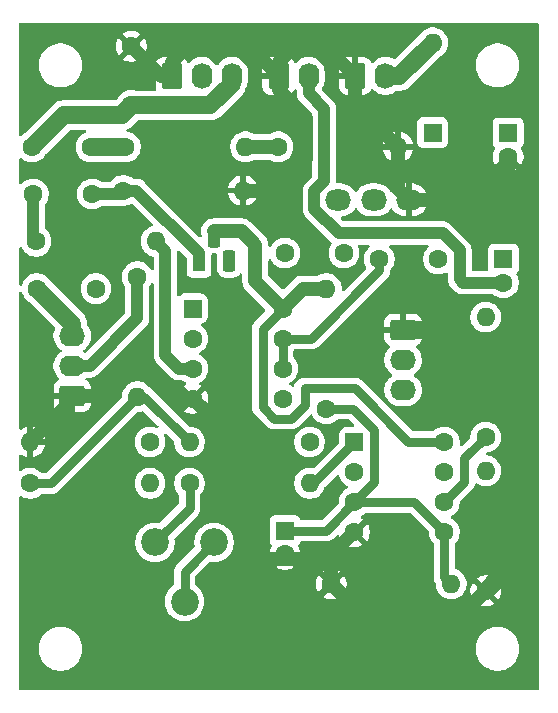
<source format=gbr>
%TF.GenerationSoftware,KiCad,Pcbnew,9.0.0*%
%TF.CreationDate,2025-09-08T12:12:35+01:00*%
%TF.ProjectId,GuitarMixer,47756974-6172-44d6-9978-65722e6b6963,V0.2*%
%TF.SameCoordinates,Original*%
%TF.FileFunction,Copper,L2,Bot*%
%TF.FilePolarity,Positive*%
%FSLAX46Y46*%
G04 Gerber Fmt 4.6, Leading zero omitted, Abs format (unit mm)*
G04 Created by KiCad (PCBNEW 9.0.0) date 2025-09-08 12:12:35*
%MOMM*%
%LPD*%
G01*
G04 APERTURE LIST*
G04 Aperture macros list*
%AMRoundRect*
0 Rectangle with rounded corners*
0 $1 Rounding radius*
0 $2 $3 $4 $5 $6 $7 $8 $9 X,Y pos of 4 corners*
0 Add a 4 corners polygon primitive as box body*
4,1,4,$2,$3,$4,$5,$6,$7,$8,$9,$2,$3,0*
0 Add four circle primitives for the rounded corners*
1,1,$1+$1,$2,$3*
1,1,$1+$1,$4,$5*
1,1,$1+$1,$6,$7*
1,1,$1+$1,$8,$9*
0 Add four rect primitives between the rounded corners*
20,1,$1+$1,$2,$3,$4,$5,0*
20,1,$1+$1,$4,$5,$6,$7,0*
20,1,$1+$1,$6,$7,$8,$9,0*
20,1,$1+$1,$8,$9,$2,$3,0*%
G04 Aperture macros list end*
%TA.AperFunction,ComponentPad*%
%ADD10R,1.600000X1.600000*%
%TD*%
%TA.AperFunction,ComponentPad*%
%ADD11C,1.600000*%
%TD*%
%TA.AperFunction,ComponentPad*%
%ADD12O,1.600000X1.600000*%
%TD*%
%TA.AperFunction,ComponentPad*%
%ADD13RoundRect,0.250000X0.845000X-0.620000X0.845000X0.620000X-0.845000X0.620000X-0.845000X-0.620000X0*%
%TD*%
%TA.AperFunction,ComponentPad*%
%ADD14O,2.190000X1.740000*%
%TD*%
%TA.AperFunction,ComponentPad*%
%ADD15RoundRect,0.250000X-0.620000X-0.845000X0.620000X-0.845000X0.620000X0.845000X-0.620000X0.845000X0*%
%TD*%
%TA.AperFunction,ComponentPad*%
%ADD16O,1.740000X2.190000*%
%TD*%
%TA.AperFunction,ComponentPad*%
%ADD17RoundRect,0.250000X-0.550000X-0.550000X0.550000X-0.550000X0.550000X0.550000X-0.550000X0.550000X0*%
%TD*%
%TA.AperFunction,ComponentPad*%
%ADD18C,2.340000*%
%TD*%
%TA.AperFunction,ComponentPad*%
%ADD19R,1.100000X1.800000*%
%TD*%
%TA.AperFunction,ComponentPad*%
%ADD20RoundRect,0.275000X-0.275000X-0.625000X0.275000X-0.625000X0.275000X0.625000X-0.275000X0.625000X0*%
%TD*%
%TA.AperFunction,ComponentPad*%
%ADD21RoundRect,0.250000X-0.845000X0.620000X-0.845000X-0.620000X0.845000X-0.620000X0.845000X0.620000X0*%
%TD*%
%TA.AperFunction,ComponentPad*%
%ADD22O,2.200000X1.800000*%
%TD*%
%TA.AperFunction,Conductor*%
%ADD23C,1.500000*%
%TD*%
%TA.AperFunction,Conductor*%
%ADD24C,1.200000*%
%TD*%
%TA.AperFunction,Conductor*%
%ADD25C,1.000000*%
%TD*%
%TA.AperFunction,Conductor*%
%ADD26C,0.800000*%
%TD*%
G04 APERTURE END LIST*
D10*
%TO.P,C7,1*%
%TO.N,+9VA*%
X62900000Y-45344888D03*
D11*
%TO.P,C7,2*%
%TO.N,Earth*%
X62900000Y-47344888D03*
%TD*%
%TO.P,R5,1*%
%TO.N,Net-(J2-Pin_2)*%
X31500000Y-57500000D03*
D12*
%TO.P,R5,2*%
%TO.N,Net-(U2A--)*%
X31500000Y-67660000D03*
%TD*%
D11*
%TO.P,R12,1*%
%TO.N,Net-(R12-Pad1)*%
X35920000Y-75000000D03*
D12*
%TO.P,R12,2*%
%TO.N,Net-(R10-Pad2)*%
X46080000Y-75000000D03*
%TD*%
D11*
%TO.P,R4,1*%
%TO.N,Net-(C3-Pad2)*%
X22920000Y-54500000D03*
D12*
%TO.P,R4,2*%
%TO.N,Net-(U1A-+)*%
X33080000Y-54500000D03*
%TD*%
D13*
%TO.P,J2,1,Pin_1*%
%TO.N,Earth*%
X26000000Y-67580000D03*
D14*
%TO.P,J2,2,Pin_2*%
%TO.N,Net-(J2-Pin_2)*%
X26000000Y-65040000D03*
%TO.P,J2,3,Pin_3*%
%TO.N,Net-(J2-Pin_3)*%
X26000000Y-62500000D03*
%TD*%
D15*
%TO.P,J4,1,Pin_1*%
%TO.N,Earth*%
X49960000Y-40500000D03*
D16*
%TO.P,J4,2,Pin_2*%
%TO.N,+9V*%
X52500000Y-40500000D03*
%TD*%
D11*
%TO.P,C3,1*%
%TO.N,Net-(Q1-S)*%
X27700000Y-50500000D03*
%TO.P,C3,2*%
%TO.N,Net-(C3-Pad2)*%
X22700000Y-50500000D03*
%TD*%
%TO.P,R11,1*%
%TO.N,Net-(U2B--)*%
X61000000Y-71080000D03*
D12*
%TO.P,R11,2*%
%TO.N,Net-(C9-Pad1)*%
X61000000Y-60920000D03*
%TD*%
D17*
%TO.P,U1,1*%
%TO.N,Net-(U1A--)*%
X36195000Y-60190000D03*
D11*
%TO.P,U1,2,-*%
X36195000Y-62730000D03*
%TO.P,U1,3,+*%
%TO.N,Net-(U1A-+)*%
X36195000Y-65270000D03*
%TO.P,U1,4,V-*%
%TO.N,Earth*%
X36195000Y-67810000D03*
%TO.P,U1,5,+*%
%TO.N,Net-(U1B-+)*%
X43815000Y-67810000D03*
%TO.P,U1,6,-*%
%TO.N,Net-(U1B--)*%
X43815000Y-65270000D03*
%TO.P,U1,7*%
X43815000Y-62730000D03*
%TO.P,U1,8,V+*%
%TO.N,+9VA*%
X43815000Y-60190000D03*
%TD*%
%TO.P,C2,1*%
%TO.N,Net-(J1-Pin_3)*%
X22580000Y-46500000D03*
%TO.P,C2,2*%
%TO.N,Net-(Q1-G)*%
X27580000Y-46500000D03*
%TD*%
D17*
%TO.P,U2,1*%
%TO.N,Net-(R10-Pad2)*%
X49880000Y-71500000D03*
D11*
%TO.P,U2,2,-*%
%TO.N,Net-(U2A--)*%
X49880000Y-74040000D03*
%TO.P,U2,3,+*%
%TO.N,Net-(U2A-+)*%
X49880000Y-76580000D03*
%TO.P,U2,4,V-*%
%TO.N,Earth*%
X49880000Y-79120000D03*
%TO.P,U2,5,+*%
%TO.N,Net-(U2A-+)*%
X57500000Y-79120000D03*
%TO.P,U2,6,-*%
%TO.N,Net-(U2B--)*%
X57500000Y-76580000D03*
%TO.P,U2,7*%
%TO.N,Net-(C9-Pad1)*%
X57500000Y-74040000D03*
%TO.P,U2,8,V+*%
%TO.N,+9VA*%
X57500000Y-71500000D03*
%TD*%
%TO.P,C1,1*%
%TO.N,Net-(J1-Pin_3)*%
X31000000Y-43000000D03*
%TO.P,C1,2*%
%TO.N,Earth*%
X31000000Y-38000000D03*
%TD*%
D10*
%TO.P,D1,1,K*%
%TO.N,+9VA*%
X56500000Y-45310000D03*
D12*
%TO.P,D1,2,A*%
%TO.N,+9V*%
X56500000Y-37690000D03*
%TD*%
D15*
%TO.P,J1,1,Pin_1*%
%TO.N,Earth*%
X34420000Y-40500000D03*
D16*
%TO.P,J1,2,Pin_2*%
%TO.N,Net-(J1-Pin_2)*%
X36960000Y-40500000D03*
%TO.P,J1,3,Pin_3*%
%TO.N,Net-(J1-Pin_3)*%
X39500000Y-40500000D03*
%TD*%
D18*
%TO.P,TR1,1,1*%
%TO.N,Net-(R12-Pad1)*%
X33000000Y-80000000D03*
%TO.P,TR1,2,2*%
%TO.N,Net-(U2B--)*%
X35500000Y-85000000D03*
%TO.P,TR1,3,3*%
X38000000Y-80000000D03*
%TD*%
D11*
%TO.P,R6,1*%
%TO.N,Net-(U1B-+)*%
X32580000Y-71500000D03*
D12*
%TO.P,R6,2*%
%TO.N,Earth*%
X22420000Y-71500000D03*
%TD*%
D10*
%TO.P,C9,1*%
%TO.N,Net-(C9-Pad1)*%
X62500000Y-56000000D03*
D11*
%TO.P,C9,2*%
%TO.N,Net-(J5-Pin_2)*%
X62500000Y-58000000D03*
%TD*%
%TO.P,C6,1*%
%TO.N,Net-(U1B--)*%
X52000000Y-56000000D03*
%TO.P,C6,2*%
%TO.N,Net-(J3-Pin_3)*%
X57000000Y-56000000D03*
%TD*%
D15*
%TO.P,J5,1,Pin_1*%
%TO.N,Earth*%
X43460000Y-40500000D03*
D16*
%TO.P,J5,2,Pin_2*%
%TO.N,Net-(J5-Pin_2)*%
X46000000Y-40500000D03*
%TD*%
D11*
%TO.P,R10,1*%
%TO.N,Net-(U2A--)*%
X22420000Y-75000000D03*
D12*
%TO.P,R10,2*%
%TO.N,Net-(R10-Pad2)*%
X32580000Y-75000000D03*
%TD*%
D11*
%TO.P,R2,1*%
%TO.N,Net-(SW1-B)*%
X43420000Y-46500000D03*
D12*
%TO.P,R2,2*%
%TO.N,Earth*%
X53580000Y-46500000D03*
%TD*%
D19*
%TO.P,Q1,1,S*%
%TO.N,Net-(Q1-S)*%
X36730000Y-56170000D03*
D20*
%TO.P,Q1,2,D*%
%TO.N,+9VA*%
X38000000Y-54100000D03*
%TO.P,Q1,3,G*%
%TO.N,Net-(Q1-G)*%
X39270000Y-56170000D03*
%TD*%
D11*
%TO.P,R3,1*%
%TO.N,Net-(Q1-S)*%
X30300000Y-50200000D03*
D12*
%TO.P,R3,2*%
%TO.N,Earth*%
X40460000Y-50200000D03*
%TD*%
D11*
%TO.P,R7,1*%
%TO.N,Net-(J3-Pin_2)*%
X46080000Y-71500000D03*
D12*
%TO.P,R7,2*%
%TO.N,Net-(U2A--)*%
X35920000Y-71500000D03*
%TD*%
D11*
%TO.P,R1,1*%
%TO.N,Net-(Q1-G)*%
X30500000Y-46500000D03*
D12*
%TO.P,R1,2*%
%TO.N,Net-(SW1-B)*%
X40660000Y-46500000D03*
%TD*%
D11*
%TO.P,R13,1*%
%TO.N,Earth*%
X61000000Y-84080000D03*
D12*
%TO.P,R13,2*%
%TO.N,Net-(J5-Pin_2)*%
X61000000Y-73920000D03*
%TD*%
D11*
%TO.P,R8,1*%
%TO.N,Net-(U2A-+)*%
X47500000Y-68660000D03*
D12*
%TO.P,R8,2*%
%TO.N,+9VA*%
X47500000Y-58500000D03*
%TD*%
D10*
%TO.P,C8,1*%
%TO.N,Net-(U2A-+)*%
X44000000Y-79000000D03*
D11*
%TO.P,C8,2*%
%TO.N,Earth*%
X44000000Y-81000000D03*
%TD*%
%TO.P,C5,1*%
%TO.N,Net-(U1A--)*%
X28000000Y-58500000D03*
%TO.P,C5,2*%
%TO.N,Net-(J2-Pin_3)*%
X23000000Y-58500000D03*
%TD*%
%TO.P,R9,1*%
%TO.N,Earth*%
X47920000Y-83500000D03*
D12*
%TO.P,R9,2*%
%TO.N,Net-(U2A-+)*%
X58080000Y-83500000D03*
%TD*%
D21*
%TO.P,J3,1,Pin_1*%
%TO.N,Earth*%
X54000000Y-62000000D03*
D14*
%TO.P,J3,2,Pin_2*%
%TO.N,Net-(J3-Pin_2)*%
X54000000Y-64540000D03*
%TO.P,J3,3,Pin_3*%
%TO.N,Net-(J3-Pin_3)*%
X54000000Y-67080000D03*
%TD*%
D11*
%TO.P,C4,1*%
%TO.N,Net-(J1-Pin_2)*%
X44000000Y-55500000D03*
%TO.P,C4,2*%
%TO.N,Net-(U1B-+)*%
X49000000Y-55500000D03*
%TD*%
D22*
%TO.P,SW1,1,A*%
%TO.N,Earth*%
X54500000Y-51000000D03*
%TO.P,SW1,2,B*%
%TO.N,Net-(SW1-B)*%
X51500000Y-51000000D03*
%TO.P,SW1,3*%
%TO.N,N/C*%
X48500000Y-51000000D03*
%TD*%
D23*
%TO.N,Earth*%
X63051000Y-82029000D02*
X61000000Y-84080000D01*
D24*
X47264000Y-37804000D02*
X49960000Y-40500000D01*
X32494527Y-65259000D02*
X30505473Y-65259000D01*
X58080000Y-87000000D02*
X61000000Y-84080000D01*
X35045527Y-67810000D02*
X32494527Y-65259000D01*
X62900000Y-49501000D02*
X62900000Y-47344888D01*
X64401000Y-53975000D02*
X64401000Y-67701000D01*
X36195000Y-67810000D02*
X35045527Y-67810000D01*
X47599000Y-81401000D02*
X47920000Y-81080000D01*
X41599000Y-81401000D02*
X47599000Y-81401000D01*
X45821000Y-47494527D02*
X43115527Y-50200000D01*
X43460000Y-39320478D02*
X44976478Y-37804000D01*
D23*
X63051000Y-69051000D02*
X63051000Y-82029000D01*
D24*
X33500000Y-40500000D02*
X31000000Y-38000000D01*
X40764000Y-37804000D02*
X43460000Y-40500000D01*
X61413500Y-50987500D02*
X64401000Y-53975000D01*
X43460000Y-40500000D02*
X43460000Y-41679522D01*
X47920000Y-81080000D02*
X49880000Y-79120000D01*
X30505473Y-65259000D02*
X28184473Y-67580000D01*
X43460000Y-41679522D02*
X45821000Y-44040522D01*
X47920000Y-83500000D02*
X47920000Y-81080000D01*
D23*
X54000000Y-62000000D02*
X56000000Y-62000000D01*
D24*
X49960000Y-40500000D02*
X49960000Y-42880000D01*
X61401000Y-51000000D02*
X62900000Y-49501000D01*
X35936478Y-37804000D02*
X40764000Y-37804000D01*
X47920000Y-83500000D02*
X51420000Y-87000000D01*
X41599000Y-73214000D02*
X41599000Y-81401000D01*
X53580000Y-50080000D02*
X54500000Y-51000000D01*
X43115527Y-50200000D02*
X40460000Y-50200000D01*
X26000000Y-67580000D02*
X26000000Y-67920000D01*
X34420000Y-40500000D02*
X34420000Y-39320478D01*
X34420000Y-40500000D02*
X33500000Y-40500000D01*
X44976478Y-37804000D02*
X47264000Y-37804000D01*
X54500000Y-51000000D02*
X61401000Y-51000000D01*
X49960000Y-42880000D02*
X53580000Y-46500000D01*
X61401000Y-51000000D02*
X61413500Y-50987500D01*
X43460000Y-40500000D02*
X43460000Y-39320478D01*
X34420000Y-39320478D02*
X35936478Y-37804000D01*
D23*
X56000000Y-62000000D02*
X63051000Y-69051000D01*
D24*
X45821000Y-44040522D02*
X45821000Y-47494527D01*
X28184473Y-67580000D02*
X26000000Y-67580000D01*
X51420000Y-87000000D02*
X58080000Y-87000000D01*
X36195000Y-67810000D02*
X41599000Y-73214000D01*
X26000000Y-67920000D02*
X22420000Y-71500000D01*
X53580000Y-46500000D02*
X53580000Y-50080000D01*
X64401000Y-67701000D02*
X63051000Y-69051000D01*
D23*
%TO.N,Net-(Q1-G)*%
X27580000Y-46500000D02*
X30500000Y-46500000D01*
D25*
%TO.N,Net-(C3-Pad2)*%
X22700000Y-50500000D02*
X22700000Y-54280000D01*
X22700000Y-54280000D02*
X22920000Y-54500000D01*
D26*
%TO.N,Net-(U1B--)*%
X46239681Y-62730000D02*
X52000000Y-56969681D01*
X43815000Y-65270000D02*
X43815000Y-62730000D01*
X43815000Y-62730000D02*
X46239681Y-62730000D01*
X52000000Y-56969681D02*
X52000000Y-56000000D01*
%TO.N,+9VA*%
X45662422Y-68368156D02*
X44519578Y-69511000D01*
D24*
X41500000Y-57875000D02*
X41500000Y-54839316D01*
D26*
X45662422Y-66959000D02*
X45662422Y-68368156D01*
D24*
X41500000Y-54839316D02*
X40329684Y-53669000D01*
D26*
X54454580Y-71500000D02*
X49913580Y-66959000D01*
X42114000Y-61891000D02*
X43815000Y-60190000D01*
X42114000Y-68514578D02*
X42114000Y-61891000D01*
D24*
X40329684Y-53669000D02*
X38000000Y-53669000D01*
D26*
X43110422Y-69511000D02*
X42114000Y-68514578D01*
X44519578Y-69511000D02*
X43110422Y-69511000D01*
D24*
X45505000Y-58500000D02*
X43815000Y-60190000D01*
D26*
X49913580Y-66959000D02*
X45662422Y-66959000D01*
D24*
X43815000Y-60190000D02*
X41500000Y-57875000D01*
X47500000Y-58500000D02*
X45505000Y-58500000D01*
D26*
X57500000Y-71500000D02*
X54454580Y-71500000D01*
%TO.N,Net-(U2A-+)*%
X49774688Y-68660000D02*
X51581000Y-70466312D01*
X49880000Y-76580000D02*
X47460000Y-79000000D01*
X54960000Y-76580000D02*
X57500000Y-79120000D01*
X51581000Y-70466312D02*
X51581000Y-74879000D01*
X57500000Y-79120000D02*
X57500000Y-82920000D01*
X49880000Y-76580000D02*
X54960000Y-76580000D01*
X57500000Y-82920000D02*
X58080000Y-83500000D01*
X51581000Y-74879000D02*
X49880000Y-76580000D01*
X47460000Y-79000000D02*
X44000000Y-79000000D01*
X47500000Y-68660000D02*
X49774688Y-68660000D01*
D23*
%TO.N,+9V*%
X52500000Y-40500000D02*
X53690000Y-40500000D01*
X53690000Y-40500000D02*
X56500000Y-37690000D01*
D25*
%TO.N,Net-(J2-Pin_2)*%
X26000000Y-65040000D02*
X27460000Y-65040000D01*
X31500000Y-61000000D02*
X31500000Y-57500000D01*
X27460000Y-65040000D02*
X31500000Y-61000000D01*
D24*
%TO.N,Net-(SW1-B)*%
X40660000Y-46500000D02*
X43420000Y-46500000D01*
D25*
%TO.N,Net-(U1A-+)*%
X36195000Y-65270000D02*
X35063630Y-65270000D01*
X33879999Y-64086369D02*
X33879999Y-55299999D01*
X35063630Y-65270000D02*
X33879999Y-64086369D01*
X33879999Y-55299999D02*
X33080000Y-54500000D01*
D26*
%TO.N,Net-(U2A--)*%
X32080000Y-67660000D02*
X35920000Y-71500000D01*
X24160000Y-75000000D02*
X31500000Y-67660000D01*
X31500000Y-67660000D02*
X32080000Y-67660000D01*
X22420000Y-75000000D02*
X24160000Y-75000000D01*
%TO.N,Net-(R10-Pad2)*%
X46380000Y-75000000D02*
X49880000Y-71500000D01*
X46080000Y-75000000D02*
X46380000Y-75000000D01*
%TO.N,Net-(U2B--)*%
X35500000Y-85000000D02*
X35500000Y-82500000D01*
X57500000Y-76580000D02*
X59201000Y-74879000D01*
X59201000Y-72879000D02*
X61000000Y-71080000D01*
X35500000Y-82500000D02*
X38000000Y-80000000D01*
X59201000Y-74879000D02*
X59201000Y-72879000D01*
%TO.N,Net-(R12-Pad1)*%
X35920000Y-77080000D02*
X33000000Y-80000000D01*
X35920000Y-75000000D02*
X35920000Y-77080000D01*
D25*
%TO.N,Net-(Q1-S)*%
X27700000Y-50500000D02*
X30000000Y-50500000D01*
X36730000Y-55530000D02*
X36730000Y-55770000D01*
X31400000Y-50200000D02*
X36730000Y-55530000D01*
X30300000Y-50200000D02*
X31400000Y-50200000D01*
X30000000Y-50500000D02*
X30300000Y-50200000D01*
D23*
%TO.N,Net-(J1-Pin_3)*%
X31000000Y-43000000D02*
X37684547Y-43000000D01*
X31000000Y-43000000D02*
X30200001Y-43799999D01*
X39500000Y-41184547D02*
X39500000Y-40500000D01*
X25280001Y-43799999D02*
X22580000Y-46500000D01*
X37684547Y-43000000D02*
X39500000Y-41184547D01*
X30200001Y-43799999D02*
X25280001Y-43799999D01*
%TO.N,Net-(J2-Pin_3)*%
X26000000Y-62500000D02*
X26000000Y-61500000D01*
X26000000Y-61500000D02*
X23000000Y-58500000D01*
D25*
%TO.N,Net-(J5-Pin_2)*%
X47322000Y-49431002D02*
X46499000Y-50254001D01*
X46499000Y-51745999D02*
X48552001Y-53799000D01*
X58801000Y-55254001D02*
X58801000Y-57699000D01*
X48552001Y-53799000D02*
X57345999Y-53799000D01*
X58801000Y-57699000D02*
X59102000Y-58000000D01*
X46000000Y-41955366D02*
X47322000Y-43277366D01*
X46499000Y-50254001D02*
X46499000Y-51745999D01*
X57345999Y-53799000D02*
X58801000Y-55254001D01*
X59102000Y-58000000D02*
X62500000Y-58000000D01*
X46000000Y-40500000D02*
X46000000Y-41955366D01*
X47322000Y-43277366D02*
X47322000Y-49431002D01*
%TD*%
%TA.AperFunction,Conductor*%
%TO.N,Earth*%
G36*
X65442539Y-36020185D02*
G01*
X65488294Y-36072989D01*
X65499500Y-36124500D01*
X65499500Y-92375500D01*
X65479815Y-92442539D01*
X65427011Y-92488294D01*
X65375500Y-92499500D01*
X21624500Y-92499500D01*
X21557461Y-92479815D01*
X21511706Y-92427011D01*
X21500500Y-92375500D01*
X21500500Y-88878711D01*
X23149500Y-88878711D01*
X23149500Y-89121288D01*
X23181161Y-89361785D01*
X23243947Y-89596104D01*
X23336773Y-89820205D01*
X23336776Y-89820212D01*
X23458064Y-90030289D01*
X23458066Y-90030292D01*
X23458067Y-90030293D01*
X23605733Y-90222736D01*
X23605739Y-90222743D01*
X23777256Y-90394260D01*
X23777262Y-90394265D01*
X23969711Y-90541936D01*
X24179788Y-90663224D01*
X24403900Y-90756054D01*
X24638211Y-90818838D01*
X24818586Y-90842584D01*
X24878711Y-90850500D01*
X24878712Y-90850500D01*
X25121289Y-90850500D01*
X25169388Y-90844167D01*
X25361789Y-90818838D01*
X25596100Y-90756054D01*
X25820212Y-90663224D01*
X26030289Y-90541936D01*
X26222738Y-90394265D01*
X26394265Y-90222738D01*
X26541936Y-90030289D01*
X26663224Y-89820212D01*
X26756054Y-89596100D01*
X26818838Y-89361789D01*
X26850500Y-89121288D01*
X26850500Y-88878712D01*
X26850500Y-88878711D01*
X60149500Y-88878711D01*
X60149500Y-89121288D01*
X60181161Y-89361785D01*
X60243947Y-89596104D01*
X60336773Y-89820205D01*
X60336776Y-89820212D01*
X60458064Y-90030289D01*
X60458066Y-90030292D01*
X60458067Y-90030293D01*
X60605733Y-90222736D01*
X60605739Y-90222743D01*
X60777256Y-90394260D01*
X60777262Y-90394265D01*
X60969711Y-90541936D01*
X61179788Y-90663224D01*
X61403900Y-90756054D01*
X61638211Y-90818838D01*
X61818586Y-90842584D01*
X61878711Y-90850500D01*
X61878712Y-90850500D01*
X62121289Y-90850500D01*
X62169388Y-90844167D01*
X62361789Y-90818838D01*
X62596100Y-90756054D01*
X62820212Y-90663224D01*
X63030289Y-90541936D01*
X63222738Y-90394265D01*
X63394265Y-90222738D01*
X63541936Y-90030289D01*
X63663224Y-89820212D01*
X63756054Y-89596100D01*
X63818838Y-89361789D01*
X63850500Y-89121288D01*
X63850500Y-88878712D01*
X63818838Y-88638211D01*
X63756054Y-88403900D01*
X63663224Y-88179788D01*
X63541936Y-87969711D01*
X63394265Y-87777262D01*
X63394260Y-87777256D01*
X63222743Y-87605739D01*
X63222736Y-87605733D01*
X63030293Y-87458067D01*
X63030292Y-87458066D01*
X63030289Y-87458064D01*
X62820212Y-87336776D01*
X62820205Y-87336773D01*
X62596104Y-87243947D01*
X62361785Y-87181161D01*
X62121289Y-87149500D01*
X62121288Y-87149500D01*
X61878712Y-87149500D01*
X61878711Y-87149500D01*
X61638214Y-87181161D01*
X61403895Y-87243947D01*
X61179794Y-87336773D01*
X61179785Y-87336777D01*
X60969706Y-87458067D01*
X60777263Y-87605733D01*
X60777256Y-87605739D01*
X60605739Y-87777256D01*
X60605733Y-87777263D01*
X60458067Y-87969706D01*
X60336777Y-88179785D01*
X60336773Y-88179794D01*
X60243947Y-88403895D01*
X60181161Y-88638214D01*
X60149500Y-88878711D01*
X26850500Y-88878711D01*
X26818838Y-88638211D01*
X26756054Y-88403900D01*
X26663224Y-88179788D01*
X26541936Y-87969711D01*
X26394265Y-87777262D01*
X26394260Y-87777256D01*
X26222743Y-87605739D01*
X26222736Y-87605733D01*
X26030293Y-87458067D01*
X26030292Y-87458066D01*
X26030289Y-87458064D01*
X25820212Y-87336776D01*
X25820205Y-87336773D01*
X25596104Y-87243947D01*
X25361785Y-87181161D01*
X25121289Y-87149500D01*
X25121288Y-87149500D01*
X24878712Y-87149500D01*
X24878711Y-87149500D01*
X24638214Y-87181161D01*
X24403895Y-87243947D01*
X24179794Y-87336773D01*
X24179785Y-87336777D01*
X23969706Y-87458067D01*
X23777263Y-87605733D01*
X23777256Y-87605739D01*
X23605739Y-87777256D01*
X23605733Y-87777263D01*
X23458067Y-87969706D01*
X23336777Y-88179785D01*
X23336773Y-88179794D01*
X23243947Y-88403895D01*
X23181161Y-88638214D01*
X23149500Y-88878711D01*
X21500500Y-88878711D01*
X21500500Y-84890502D01*
X33829500Y-84890502D01*
X33829500Y-85109497D01*
X33840344Y-85191859D01*
X33858083Y-85326598D01*
X33914759Y-85538117D01*
X33998560Y-85740428D01*
X33998562Y-85740433D01*
X33998565Y-85740438D01*
X34108049Y-85930070D01*
X34241355Y-86103798D01*
X34241361Y-86103805D01*
X34396194Y-86258638D01*
X34396201Y-86258644D01*
X34569929Y-86391950D01*
X34759561Y-86501434D01*
X34759563Y-86501434D01*
X34759572Y-86501440D01*
X34961883Y-86585241D01*
X35173402Y-86641917D01*
X35390510Y-86670500D01*
X35390517Y-86670500D01*
X35609483Y-86670500D01*
X35609490Y-86670500D01*
X35826598Y-86641917D01*
X36038117Y-86585241D01*
X36240428Y-86501440D01*
X36430071Y-86391950D01*
X36603800Y-86258643D01*
X36758643Y-86103800D01*
X36891950Y-85930071D01*
X37001440Y-85740428D01*
X37085241Y-85538117D01*
X37141917Y-85326598D01*
X37170500Y-85109490D01*
X37170500Y-84890510D01*
X37141917Y-84673402D01*
X37085241Y-84461883D01*
X37001440Y-84259572D01*
X36982012Y-84225922D01*
X36891950Y-84069929D01*
X36758644Y-83896201D01*
X36758638Y-83896194D01*
X36603805Y-83741361D01*
X36603798Y-83741355D01*
X36449014Y-83622585D01*
X36446765Y-83619506D01*
X36443297Y-83617922D01*
X36426321Y-83591507D01*
X36407811Y-83566157D01*
X36406985Y-83561419D01*
X36405523Y-83559144D01*
X36400500Y-83524209D01*
X36400500Y-83397682D01*
X46620000Y-83397682D01*
X46620000Y-83602317D01*
X46652009Y-83804417D01*
X46715244Y-83999031D01*
X46808141Y-84181350D01*
X46808147Y-84181359D01*
X46840523Y-84225921D01*
X46840524Y-84225922D01*
X47520000Y-83546446D01*
X47520000Y-83552661D01*
X47547259Y-83654394D01*
X47599920Y-83745606D01*
X47674394Y-83820080D01*
X47765606Y-83872741D01*
X47867339Y-83900000D01*
X47873553Y-83900000D01*
X47194076Y-84579474D01*
X47238650Y-84611859D01*
X47420968Y-84704755D01*
X47615582Y-84767990D01*
X47817683Y-84800000D01*
X48022317Y-84800000D01*
X48224417Y-84767990D01*
X48419031Y-84704755D01*
X48601349Y-84611859D01*
X48645921Y-84579474D01*
X47966447Y-83900000D01*
X47972661Y-83900000D01*
X48074394Y-83872741D01*
X48165606Y-83820080D01*
X48240080Y-83745606D01*
X48292741Y-83654394D01*
X48320000Y-83552661D01*
X48320000Y-83546447D01*
X48999474Y-84225921D01*
X49031859Y-84181349D01*
X49124755Y-83999031D01*
X49187990Y-83804417D01*
X49220000Y-83602317D01*
X49220000Y-83397682D01*
X49187990Y-83195582D01*
X49124755Y-83000968D01*
X49031859Y-82818650D01*
X48999474Y-82774077D01*
X48999474Y-82774076D01*
X48320000Y-83453551D01*
X48320000Y-83447339D01*
X48292741Y-83345606D01*
X48240080Y-83254394D01*
X48165606Y-83179920D01*
X48074394Y-83127259D01*
X47972661Y-83100000D01*
X47966446Y-83100000D01*
X48645922Y-82420524D01*
X48645921Y-82420523D01*
X48601359Y-82388147D01*
X48601350Y-82388141D01*
X48419031Y-82295244D01*
X48224417Y-82232009D01*
X48022317Y-82200000D01*
X47817683Y-82200000D01*
X47615582Y-82232009D01*
X47420968Y-82295244D01*
X47238644Y-82388143D01*
X47194077Y-82420523D01*
X47194077Y-82420524D01*
X47873554Y-83100000D01*
X47867339Y-83100000D01*
X47765606Y-83127259D01*
X47674394Y-83179920D01*
X47599920Y-83254394D01*
X47547259Y-83345606D01*
X47520000Y-83447339D01*
X47520000Y-83453553D01*
X46840524Y-82774077D01*
X46840523Y-82774077D01*
X46808143Y-82818644D01*
X46715244Y-83000968D01*
X46652009Y-83195582D01*
X46620000Y-83397682D01*
X36400500Y-83397682D01*
X36400500Y-82924361D01*
X36420185Y-82857322D01*
X36436814Y-82836684D01*
X37593209Y-81680289D01*
X37654530Y-81646806D01*
X37697071Y-81645033D01*
X37890510Y-81670500D01*
X37890517Y-81670500D01*
X38109483Y-81670500D01*
X38109490Y-81670500D01*
X38326598Y-81641917D01*
X38538117Y-81585241D01*
X38740428Y-81501440D01*
X38930071Y-81391950D01*
X39103800Y-81258643D01*
X39258643Y-81103800D01*
X39391950Y-80930071D01*
X39501440Y-80740428D01*
X39585241Y-80538117D01*
X39641917Y-80326598D01*
X39670500Y-80109490D01*
X39670500Y-79890510D01*
X39641917Y-79673402D01*
X39585241Y-79461883D01*
X39501440Y-79259572D01*
X39419705Y-79118003D01*
X39391950Y-79069929D01*
X39258644Y-78896201D01*
X39258638Y-78896194D01*
X39103805Y-78741361D01*
X39103798Y-78741355D01*
X38930070Y-78608049D01*
X38740438Y-78498565D01*
X38740433Y-78498562D01*
X38740428Y-78498560D01*
X38538117Y-78414759D01*
X38538118Y-78414759D01*
X38538115Y-78414758D01*
X38432357Y-78386421D01*
X38326598Y-78358083D01*
X38289455Y-78353193D01*
X38109497Y-78329500D01*
X38109490Y-78329500D01*
X37890510Y-78329500D01*
X37890502Y-78329500D01*
X37683853Y-78356707D01*
X37673402Y-78358083D01*
X37640422Y-78366920D01*
X37461884Y-78414758D01*
X37343374Y-78463847D01*
X37259572Y-78498560D01*
X37259569Y-78498561D01*
X37259561Y-78498565D01*
X37069929Y-78608049D01*
X36896201Y-78741355D01*
X36896194Y-78741361D01*
X36741361Y-78896194D01*
X36741355Y-78896201D01*
X36608049Y-79069929D01*
X36498565Y-79259561D01*
X36498561Y-79259569D01*
X36498560Y-79259572D01*
X36481190Y-79301507D01*
X36414758Y-79461884D01*
X36358084Y-79673399D01*
X36358082Y-79673410D01*
X36329500Y-79890502D01*
X36329500Y-80109483D01*
X36329501Y-80109500D01*
X36354966Y-80302924D01*
X36344200Y-80371959D01*
X36319708Y-80406790D01*
X34800537Y-81925961D01*
X34761064Y-81985039D01*
X34761063Y-81985040D01*
X34701985Y-82073455D01*
X34668046Y-82155393D01*
X34634106Y-82237329D01*
X34634103Y-82237341D01*
X34599500Y-82411303D01*
X34599500Y-83524209D01*
X34579815Y-83591248D01*
X34550986Y-83622585D01*
X34396201Y-83741355D01*
X34396194Y-83741361D01*
X34241361Y-83896194D01*
X34241355Y-83896201D01*
X34108049Y-84069929D01*
X33998565Y-84259561D01*
X33998561Y-84259569D01*
X33998560Y-84259572D01*
X33963847Y-84343374D01*
X33914758Y-84461884D01*
X33858084Y-84673399D01*
X33858082Y-84673410D01*
X33829500Y-84890502D01*
X21500500Y-84890502D01*
X21500500Y-79890502D01*
X31329500Y-79890502D01*
X31329500Y-80109497D01*
X31344070Y-80220163D01*
X31358083Y-80326598D01*
X31414759Y-80538117D01*
X31498560Y-80740428D01*
X31498562Y-80740433D01*
X31498565Y-80740438D01*
X31608049Y-80930070D01*
X31741355Y-81103798D01*
X31741361Y-81103805D01*
X31896194Y-81258638D01*
X31896201Y-81258644D01*
X32069929Y-81391950D01*
X32259561Y-81501434D01*
X32259563Y-81501434D01*
X32259572Y-81501440D01*
X32461883Y-81585241D01*
X32673402Y-81641917D01*
X32890510Y-81670500D01*
X32890517Y-81670500D01*
X33109483Y-81670500D01*
X33109490Y-81670500D01*
X33326598Y-81641917D01*
X33538117Y-81585241D01*
X33740428Y-81501440D01*
X33930071Y-81391950D01*
X34103800Y-81258643D01*
X34258643Y-81103800D01*
X34391950Y-80930071D01*
X34501440Y-80740428D01*
X34585241Y-80538117D01*
X34641917Y-80326598D01*
X34670500Y-80109490D01*
X34670500Y-79890510D01*
X34645033Y-79697072D01*
X34655798Y-79628038D01*
X34680288Y-79593210D01*
X36619464Y-77654035D01*
X36674301Y-77571966D01*
X36718013Y-77506547D01*
X36743136Y-77445894D01*
X36785895Y-77342666D01*
X36820500Y-77168691D01*
X36820500Y-76991308D01*
X36820500Y-75990047D01*
X36840185Y-75923008D01*
X36856819Y-75902366D01*
X36878654Y-75880531D01*
X36911966Y-75847219D01*
X36911968Y-75847215D01*
X36911971Y-75847213D01*
X36986309Y-75744894D01*
X37032287Y-75681610D01*
X37125220Y-75499219D01*
X37188477Y-75304534D01*
X37220500Y-75102352D01*
X37220500Y-74897648D01*
X37188477Y-74695466D01*
X37125220Y-74500781D01*
X37125218Y-74500778D01*
X37125218Y-74500776D01*
X37083662Y-74419219D01*
X37032287Y-74318390D01*
X37024556Y-74307749D01*
X36911971Y-74152786D01*
X36767213Y-74008028D01*
X36601613Y-73887715D01*
X36601612Y-73887714D01*
X36601610Y-73887713D01*
X36544653Y-73858691D01*
X36419223Y-73794781D01*
X36224534Y-73731522D01*
X36049995Y-73703878D01*
X36022352Y-73699500D01*
X35817648Y-73699500D01*
X35793329Y-73703351D01*
X35615465Y-73731522D01*
X35420776Y-73794781D01*
X35238386Y-73887715D01*
X35072786Y-74008028D01*
X34928028Y-74152786D01*
X34807715Y-74318386D01*
X34714781Y-74500776D01*
X34651522Y-74695465D01*
X34619500Y-74897648D01*
X34619500Y-75102351D01*
X34651522Y-75304534D01*
X34714781Y-75499223D01*
X34769703Y-75607011D01*
X34802654Y-75671682D01*
X34807715Y-75681613D01*
X34928028Y-75847213D01*
X34983181Y-75902366D01*
X35016666Y-75963689D01*
X35019500Y-75990047D01*
X35019500Y-76655637D01*
X34999815Y-76722676D01*
X34983181Y-76743318D01*
X33406790Y-78319708D01*
X33345467Y-78353193D01*
X33302924Y-78354966D01*
X33109500Y-78329501D01*
X33109495Y-78329500D01*
X33109490Y-78329500D01*
X32890510Y-78329500D01*
X32890502Y-78329500D01*
X32683853Y-78356707D01*
X32673402Y-78358083D01*
X32640422Y-78366920D01*
X32461884Y-78414758D01*
X32343374Y-78463847D01*
X32259572Y-78498560D01*
X32259569Y-78498561D01*
X32259561Y-78498565D01*
X32069929Y-78608049D01*
X31896201Y-78741355D01*
X31896194Y-78741361D01*
X31741361Y-78896194D01*
X31741355Y-78896201D01*
X31608049Y-79069929D01*
X31498565Y-79259561D01*
X31498561Y-79259569D01*
X31498560Y-79259572D01*
X31481190Y-79301507D01*
X31414758Y-79461884D01*
X31358084Y-79673399D01*
X31358082Y-79673410D01*
X31329500Y-79890502D01*
X21500500Y-79890502D01*
X21500500Y-76182814D01*
X21520185Y-76115775D01*
X21572989Y-76070020D01*
X21642147Y-76060076D01*
X21697385Y-76082496D01*
X21733094Y-76108439D01*
X21738390Y-76112287D01*
X21854607Y-76171503D01*
X21920776Y-76205218D01*
X21920778Y-76205218D01*
X21920781Y-76205220D01*
X22025137Y-76239127D01*
X22115465Y-76268477D01*
X22159592Y-76275466D01*
X22317648Y-76300500D01*
X22317649Y-76300500D01*
X22522351Y-76300500D01*
X22522352Y-76300500D01*
X22724534Y-76268477D01*
X22919219Y-76205220D01*
X23101610Y-76112287D01*
X23194590Y-76044732D01*
X23267213Y-75991971D01*
X23267215Y-75991968D01*
X23267219Y-75991966D01*
X23322366Y-75936819D01*
X23383689Y-75903334D01*
X23410047Y-75900500D01*
X24248693Y-75900500D01*
X24248694Y-75900499D01*
X24422666Y-75865895D01*
X24504606Y-75831953D01*
X24586547Y-75798013D01*
X24712122Y-75714106D01*
X24734036Y-75699464D01*
X25535852Y-74897648D01*
X31279500Y-74897648D01*
X31279500Y-75102351D01*
X31311522Y-75304534D01*
X31374781Y-75499223D01*
X31429703Y-75607011D01*
X31462654Y-75671682D01*
X31467715Y-75681613D01*
X31588028Y-75847213D01*
X31732786Y-75991971D01*
X31855018Y-76080776D01*
X31898390Y-76112287D01*
X32014607Y-76171503D01*
X32080776Y-76205218D01*
X32080778Y-76205218D01*
X32080781Y-76205220D01*
X32185137Y-76239127D01*
X32275465Y-76268477D01*
X32319592Y-76275466D01*
X32477648Y-76300500D01*
X32477649Y-76300500D01*
X32682351Y-76300500D01*
X32682352Y-76300500D01*
X32884534Y-76268477D01*
X33079219Y-76205220D01*
X33261610Y-76112287D01*
X33354590Y-76044732D01*
X33427213Y-75991971D01*
X33427215Y-75991968D01*
X33427219Y-75991966D01*
X33571966Y-75847219D01*
X33571968Y-75847215D01*
X33571971Y-75847213D01*
X33646309Y-75744894D01*
X33692287Y-75681610D01*
X33785220Y-75499219D01*
X33848477Y-75304534D01*
X33880500Y-75102352D01*
X33880500Y-74897648D01*
X33848477Y-74695466D01*
X33785220Y-74500781D01*
X33785218Y-74500778D01*
X33785218Y-74500776D01*
X33743662Y-74419219D01*
X33692287Y-74318390D01*
X33684556Y-74307749D01*
X33571971Y-74152786D01*
X33427213Y-74008028D01*
X33261613Y-73887715D01*
X33261612Y-73887714D01*
X33261610Y-73887713D01*
X33204653Y-73858691D01*
X33079223Y-73794781D01*
X32884534Y-73731522D01*
X32709995Y-73703878D01*
X32682352Y-73699500D01*
X32477648Y-73699500D01*
X32453329Y-73703351D01*
X32275465Y-73731522D01*
X32080776Y-73794781D01*
X31898386Y-73887715D01*
X31732786Y-74008028D01*
X31588028Y-74152786D01*
X31467715Y-74318386D01*
X31374781Y-74500776D01*
X31311522Y-74695465D01*
X31279500Y-74897648D01*
X25535852Y-74897648D01*
X28128535Y-72304965D01*
X31436680Y-68996819D01*
X31498003Y-68963334D01*
X31524361Y-68960500D01*
X31602351Y-68960500D01*
X31602352Y-68960500D01*
X31804534Y-68928477D01*
X31936388Y-68885634D01*
X32006226Y-68883640D01*
X32062385Y-68915885D01*
X33263806Y-70117306D01*
X33297291Y-70178629D01*
X33292307Y-70248321D01*
X33250435Y-70304254D01*
X33184971Y-70328671D01*
X33119831Y-70315472D01*
X33079226Y-70294782D01*
X32884534Y-70231522D01*
X32709995Y-70203878D01*
X32682352Y-70199500D01*
X32477648Y-70199500D01*
X32453329Y-70203351D01*
X32275465Y-70231522D01*
X32080776Y-70294781D01*
X31898386Y-70387715D01*
X31732786Y-70508028D01*
X31588028Y-70652786D01*
X31467715Y-70818386D01*
X31374781Y-71000776D01*
X31311522Y-71195465D01*
X31279500Y-71397648D01*
X31279500Y-71602351D01*
X31311522Y-71804534D01*
X31374781Y-71999223D01*
X31467715Y-72181613D01*
X31588028Y-72347213D01*
X31732786Y-72491971D01*
X31871216Y-72592544D01*
X31898390Y-72612287D01*
X31991080Y-72659515D01*
X32080776Y-72705218D01*
X32080778Y-72705218D01*
X32080781Y-72705220D01*
X32185137Y-72739127D01*
X32275465Y-72768477D01*
X32376557Y-72784488D01*
X32477648Y-72800500D01*
X32477649Y-72800500D01*
X32682351Y-72800500D01*
X32682352Y-72800500D01*
X32884534Y-72768477D01*
X33079219Y-72705220D01*
X33261610Y-72612287D01*
X33370421Y-72533232D01*
X33427213Y-72491971D01*
X33427215Y-72491968D01*
X33427219Y-72491966D01*
X33571966Y-72347219D01*
X33571968Y-72347215D01*
X33571971Y-72347213D01*
X33624732Y-72274590D01*
X33692287Y-72181610D01*
X33785220Y-71999219D01*
X33848477Y-71804534D01*
X33880500Y-71602352D01*
X33880500Y-71397648D01*
X33872257Y-71345606D01*
X33848477Y-71195465D01*
X33803044Y-71055637D01*
X33785220Y-71000781D01*
X33785218Y-71000778D01*
X33785218Y-71000776D01*
X33764527Y-70960169D01*
X33751631Y-70891500D01*
X33777907Y-70826760D01*
X33835013Y-70786502D01*
X33904819Y-70783510D01*
X33962693Y-70816193D01*
X34583181Y-71436681D01*
X34616666Y-71498004D01*
X34619500Y-71524362D01*
X34619500Y-71602351D01*
X34651522Y-71804534D01*
X34714781Y-71999223D01*
X34807715Y-72181613D01*
X34928028Y-72347213D01*
X35072786Y-72491971D01*
X35211216Y-72592544D01*
X35238390Y-72612287D01*
X35331080Y-72659515D01*
X35420776Y-72705218D01*
X35420778Y-72705218D01*
X35420781Y-72705220D01*
X35525137Y-72739127D01*
X35615465Y-72768477D01*
X35716557Y-72784488D01*
X35817648Y-72800500D01*
X35817649Y-72800500D01*
X36022351Y-72800500D01*
X36022352Y-72800500D01*
X36224534Y-72768477D01*
X36419219Y-72705220D01*
X36601610Y-72612287D01*
X36710421Y-72533232D01*
X36767213Y-72491971D01*
X36767215Y-72491968D01*
X36767219Y-72491966D01*
X36911966Y-72347219D01*
X36911968Y-72347215D01*
X36911971Y-72347213D01*
X36964732Y-72274590D01*
X37032287Y-72181610D01*
X37125220Y-71999219D01*
X37188477Y-71804534D01*
X37220500Y-71602352D01*
X37220500Y-71397648D01*
X44779500Y-71397648D01*
X44779500Y-71602351D01*
X44811522Y-71804534D01*
X44874781Y-71999223D01*
X44967715Y-72181613D01*
X45088028Y-72347213D01*
X45232786Y-72491971D01*
X45371216Y-72592544D01*
X45398390Y-72612287D01*
X45491080Y-72659515D01*
X45580776Y-72705218D01*
X45580778Y-72705218D01*
X45580781Y-72705220D01*
X45685137Y-72739127D01*
X45775465Y-72768477D01*
X45876557Y-72784488D01*
X45977648Y-72800500D01*
X45977649Y-72800500D01*
X46182351Y-72800500D01*
X46182352Y-72800500D01*
X46384534Y-72768477D01*
X46579219Y-72705220D01*
X46761610Y-72612287D01*
X46870421Y-72533232D01*
X46927213Y-72491971D01*
X46927215Y-72491968D01*
X46927219Y-72491966D01*
X47071966Y-72347219D01*
X47071968Y-72347215D01*
X47071971Y-72347213D01*
X47124732Y-72274590D01*
X47192287Y-72181610D01*
X47285220Y-71999219D01*
X47348477Y-71804534D01*
X47380500Y-71602352D01*
X47380500Y-71397648D01*
X47372257Y-71345606D01*
X47348477Y-71195465D01*
X47303044Y-71055637D01*
X47285220Y-71000781D01*
X47285218Y-71000778D01*
X47285218Y-71000776D01*
X47233865Y-70899991D01*
X47192287Y-70818390D01*
X47169119Y-70786502D01*
X47071971Y-70652786D01*
X46927213Y-70508028D01*
X46761613Y-70387715D01*
X46761612Y-70387714D01*
X46761610Y-70387713D01*
X46673764Y-70342953D01*
X46579223Y-70294781D01*
X46384534Y-70231522D01*
X46209995Y-70203878D01*
X46182352Y-70199500D01*
X45977648Y-70199500D01*
X45953329Y-70203351D01*
X45775465Y-70231522D01*
X45580776Y-70294781D01*
X45398386Y-70387715D01*
X45232786Y-70508028D01*
X45088028Y-70652786D01*
X44967715Y-70818386D01*
X44874781Y-71000776D01*
X44811522Y-71195465D01*
X44779500Y-71397648D01*
X37220500Y-71397648D01*
X37212257Y-71345606D01*
X37188477Y-71195465D01*
X37143044Y-71055637D01*
X37125220Y-71000781D01*
X37125218Y-71000778D01*
X37125218Y-71000776D01*
X37073865Y-70899991D01*
X37032287Y-70818390D01*
X37009119Y-70786502D01*
X36911971Y-70652786D01*
X36767213Y-70508028D01*
X36601613Y-70387715D01*
X36601612Y-70387714D01*
X36601610Y-70387713D01*
X36513764Y-70342953D01*
X36419223Y-70294781D01*
X36224534Y-70231522D01*
X36049995Y-70203878D01*
X36022352Y-70199500D01*
X36022351Y-70199500D01*
X35944362Y-70199500D01*
X35877323Y-70179815D01*
X35856681Y-70163181D01*
X32654035Y-66960535D01*
X32654030Y-66960531D01*
X32594961Y-66921064D01*
X32594959Y-66921063D01*
X32578422Y-66910013D01*
X32566098Y-66901778D01*
X32534673Y-66871562D01*
X32491969Y-66812784D01*
X32347213Y-66668028D01*
X32181613Y-66547715D01*
X32181612Y-66547714D01*
X32181610Y-66547713D01*
X32124653Y-66518691D01*
X31999223Y-66454781D01*
X31804534Y-66391522D01*
X31616242Y-66361700D01*
X31602352Y-66359500D01*
X31397648Y-66359500D01*
X31383758Y-66361700D01*
X31195465Y-66391522D01*
X31000776Y-66454781D01*
X30818386Y-66547715D01*
X30652786Y-66668028D01*
X30508028Y-66812786D01*
X30387715Y-66978386D01*
X30294781Y-67160776D01*
X30231522Y-67355465D01*
X30199500Y-67557648D01*
X30199500Y-67635638D01*
X30179815Y-67702677D01*
X30163181Y-67723319D01*
X23823319Y-74063181D01*
X23761996Y-74096666D01*
X23735638Y-74099500D01*
X23410047Y-74099500D01*
X23343008Y-74079815D01*
X23322366Y-74063181D01*
X23267213Y-74008028D01*
X23101613Y-73887715D01*
X23101612Y-73887714D01*
X23101610Y-73887713D01*
X23044653Y-73858691D01*
X22919223Y-73794781D01*
X22724534Y-73731522D01*
X22549995Y-73703878D01*
X22522352Y-73699500D01*
X22317648Y-73699500D01*
X22293329Y-73703351D01*
X22115465Y-73731522D01*
X21920776Y-73794781D01*
X21738386Y-73887714D01*
X21697384Y-73917504D01*
X21631577Y-73940983D01*
X21563523Y-73925156D01*
X21514829Y-73875050D01*
X21500500Y-73817185D01*
X21500500Y-72682196D01*
X21520185Y-72615157D01*
X21572989Y-72569402D01*
X21642147Y-72559458D01*
X21697387Y-72581879D01*
X21738649Y-72611859D01*
X21920968Y-72704754D01*
X22115578Y-72767988D01*
X22170000Y-72776607D01*
X22170000Y-71815686D01*
X22174394Y-71820080D01*
X22265606Y-71872741D01*
X22367339Y-71900000D01*
X22472661Y-71900000D01*
X22574394Y-71872741D01*
X22665606Y-71820080D01*
X22670000Y-71815686D01*
X22670000Y-72776606D01*
X22724421Y-72767988D01*
X22919031Y-72704754D01*
X23101349Y-72611859D01*
X23266894Y-72491582D01*
X23266895Y-72491582D01*
X23411582Y-72346895D01*
X23411582Y-72346894D01*
X23531859Y-72181349D01*
X23624755Y-71999029D01*
X23687990Y-71804413D01*
X23696609Y-71750000D01*
X22735686Y-71750000D01*
X22740080Y-71745606D01*
X22792741Y-71654394D01*
X22820000Y-71552661D01*
X22820000Y-71447339D01*
X22792741Y-71345606D01*
X22740080Y-71254394D01*
X22735686Y-71250000D01*
X23696609Y-71250000D01*
X23687990Y-71195586D01*
X23624755Y-71000970D01*
X23531859Y-70818650D01*
X23411582Y-70653105D01*
X23411582Y-70653104D01*
X23266895Y-70508417D01*
X23101349Y-70388140D01*
X22919029Y-70295244D01*
X22724413Y-70232009D01*
X22670000Y-70223390D01*
X22670000Y-71184314D01*
X22665606Y-71179920D01*
X22574394Y-71127259D01*
X22472661Y-71100000D01*
X22367339Y-71100000D01*
X22265606Y-71127259D01*
X22174394Y-71179920D01*
X22170000Y-71184314D01*
X22170000Y-70223390D01*
X22115586Y-70232009D01*
X21920970Y-70295244D01*
X21738650Y-70388140D01*
X21697386Y-70418121D01*
X21631579Y-70441601D01*
X21563525Y-70425776D01*
X21514830Y-70375670D01*
X21500500Y-70317803D01*
X21500500Y-58876424D01*
X21520185Y-58809385D01*
X21572989Y-58763630D01*
X21642147Y-58753686D01*
X21705703Y-58782711D01*
X21742431Y-58838106D01*
X21794780Y-58999219D01*
X21882482Y-59171344D01*
X21887715Y-59181613D01*
X22008028Y-59347213D01*
X22008034Y-59347219D01*
X22152781Y-59491966D01*
X22318390Y-59612287D01*
X22352724Y-59629781D01*
X22384110Y-59652584D01*
X24508890Y-61777364D01*
X24542375Y-61838687D01*
X24537391Y-61908379D01*
X24531694Y-61921339D01*
X24504911Y-61973903D01*
X24504907Y-61973913D01*
X24438245Y-62179077D01*
X24404500Y-62392133D01*
X24404500Y-62607866D01*
X24430606Y-62772690D01*
X24438246Y-62820926D01*
X24504908Y-63026089D01*
X24602843Y-63218299D01*
X24729641Y-63392821D01*
X24882179Y-63545359D01*
X24985721Y-63620587D01*
X25053294Y-63669682D01*
X25095959Y-63725012D01*
X25101938Y-63794626D01*
X25069332Y-63856421D01*
X25053294Y-63870318D01*
X25009687Y-63902001D01*
X24882179Y-63994641D01*
X24882177Y-63994643D01*
X24882176Y-63994643D01*
X24729643Y-64147176D01*
X24729643Y-64147177D01*
X24729641Y-64147179D01*
X24675186Y-64222129D01*
X24602843Y-64321700D01*
X24504909Y-64513908D01*
X24438245Y-64719077D01*
X24404500Y-64932133D01*
X24404500Y-65147866D01*
X24438245Y-65360922D01*
X24438246Y-65360926D01*
X24504908Y-65566089D01*
X24602843Y-65758299D01*
X24729641Y-65932821D01*
X24729643Y-65932823D01*
X24872003Y-66075183D01*
X24905488Y-66136506D01*
X24900504Y-66206198D01*
X24858632Y-66262131D01*
X24836728Y-66275245D01*
X24835885Y-66275637D01*
X24686654Y-66367684D01*
X24562684Y-66491654D01*
X24470643Y-66640875D01*
X24470641Y-66640880D01*
X24415494Y-66807302D01*
X24415493Y-66807309D01*
X24405000Y-66910013D01*
X24405000Y-67330000D01*
X25457291Y-67330000D01*
X25445548Y-67350339D01*
X25405000Y-67501667D01*
X25405000Y-67658333D01*
X25445548Y-67809661D01*
X25457291Y-67830000D01*
X24405001Y-67830000D01*
X24405001Y-68249986D01*
X24415494Y-68352697D01*
X24470641Y-68519119D01*
X24470643Y-68519124D01*
X24562684Y-68668345D01*
X24686654Y-68792315D01*
X24835875Y-68884356D01*
X24835880Y-68884358D01*
X25002302Y-68939505D01*
X25002309Y-68939506D01*
X25105019Y-68949999D01*
X25749999Y-68949999D01*
X25750000Y-68949998D01*
X25750000Y-68122709D01*
X25770339Y-68134452D01*
X25921667Y-68175000D01*
X26078333Y-68175000D01*
X26229661Y-68134452D01*
X26250000Y-68122709D01*
X26250000Y-68949999D01*
X26894972Y-68949999D01*
X26894986Y-68949998D01*
X26997697Y-68939505D01*
X27164119Y-68884358D01*
X27164124Y-68884356D01*
X27313345Y-68792315D01*
X27437315Y-68668345D01*
X27529356Y-68519124D01*
X27529358Y-68519119D01*
X27584505Y-68352697D01*
X27584506Y-68352690D01*
X27594999Y-68249986D01*
X27595000Y-68249973D01*
X27595000Y-67830000D01*
X26542709Y-67830000D01*
X26554452Y-67809661D01*
X26595000Y-67658333D01*
X26595000Y-67501667D01*
X26554452Y-67350339D01*
X26542709Y-67330000D01*
X27594999Y-67330000D01*
X27594999Y-66910028D01*
X27594998Y-66910013D01*
X27584505Y-66807302D01*
X27529358Y-66640880D01*
X27529356Y-66640875D01*
X27437315Y-66491654D01*
X27313345Y-66367684D01*
X27157975Y-66271851D01*
X27159063Y-66270086D01*
X27114343Y-66230711D01*
X27095190Y-66163518D01*
X27115405Y-66096637D01*
X27168569Y-66051301D01*
X27219186Y-66040500D01*
X27558543Y-66040500D01*
X27595701Y-66033108D01*
X27704463Y-66011474D01*
X27751836Y-66002051D01*
X27812420Y-65976956D01*
X27933914Y-65926632D01*
X28097782Y-65817139D01*
X28237139Y-65677782D01*
X28237140Y-65677780D01*
X28244206Y-65670714D01*
X28244209Y-65670710D01*
X32137778Y-61777141D01*
X32137782Y-61777139D01*
X32277139Y-61637782D01*
X32386632Y-61473914D01*
X32386633Y-61473911D01*
X32386635Y-61473908D01*
X32427172Y-61376040D01*
X32451642Y-61316965D01*
X32462051Y-61291836D01*
X32500500Y-61098540D01*
X32500500Y-60901460D01*
X32500500Y-58375761D01*
X32505589Y-58358426D01*
X32505661Y-58340359D01*
X32518562Y-58314248D01*
X32520185Y-58308722D01*
X32520449Y-58308312D01*
X32522238Y-58305551D01*
X32612287Y-58181610D01*
X32647941Y-58111634D01*
X32651448Y-58106225D01*
X32673246Y-58087486D01*
X32692988Y-58066583D01*
X32699412Y-58064992D01*
X32704431Y-58060678D01*
X32732905Y-58056698D01*
X32760809Y-58049788D01*
X32767072Y-58051922D01*
X32773628Y-58051006D01*
X32799734Y-58063052D01*
X32826944Y-58072325D01*
X32831059Y-58077507D01*
X32837070Y-58080281D01*
X32852519Y-58104529D01*
X32870396Y-58127040D01*
X32871957Y-58135038D01*
X32874613Y-58139207D01*
X32874576Y-58148456D01*
X32879499Y-58173674D01*
X32879499Y-64184913D01*
X32916213Y-64369489D01*
X32917946Y-64378199D01*
X32917948Y-64378206D01*
X32993363Y-64560276D01*
X32993370Y-64560289D01*
X33102859Y-64724150D01*
X33102862Y-64724154D01*
X33246536Y-64867828D01*
X33246558Y-64867848D01*
X34283365Y-65904655D01*
X34283394Y-65904686D01*
X34425844Y-66047136D01*
X34425848Y-66047139D01*
X34589709Y-66156628D01*
X34589722Y-66156635D01*
X34718463Y-66209961D01*
X34768559Y-66230711D01*
X34771794Y-66232051D01*
X34833872Y-66244399D01*
X34866676Y-66250924D01*
X34965086Y-66270500D01*
X34965089Y-66270500D01*
X34965090Y-66270500D01*
X35162170Y-66270500D01*
X35319238Y-66270500D01*
X35386277Y-66290185D01*
X35392119Y-66294179D01*
X35513390Y-66382287D01*
X35606080Y-66429515D01*
X35606630Y-66429795D01*
X35657426Y-66477770D01*
X35674221Y-66545591D01*
X35651684Y-66611725D01*
X35606630Y-66650765D01*
X35513644Y-66698143D01*
X35469077Y-66730523D01*
X35469077Y-66730524D01*
X36148554Y-67410000D01*
X36142339Y-67410000D01*
X36040606Y-67437259D01*
X35949394Y-67489920D01*
X35874920Y-67564394D01*
X35822259Y-67655606D01*
X35795000Y-67757339D01*
X35795000Y-67763553D01*
X35115524Y-67084077D01*
X35115523Y-67084077D01*
X35083143Y-67128644D01*
X34990244Y-67310968D01*
X34927009Y-67505582D01*
X34895000Y-67707682D01*
X34895000Y-67912317D01*
X34927009Y-68114417D01*
X34990244Y-68309031D01*
X35083141Y-68491350D01*
X35083147Y-68491359D01*
X35115523Y-68535921D01*
X35115524Y-68535922D01*
X35795000Y-67856446D01*
X35795000Y-67862661D01*
X35822259Y-67964394D01*
X35874920Y-68055606D01*
X35949394Y-68130080D01*
X36040606Y-68182741D01*
X36142339Y-68210000D01*
X36148553Y-68210000D01*
X35469076Y-68889474D01*
X35513650Y-68921859D01*
X35695968Y-69014755D01*
X35890582Y-69077990D01*
X36092683Y-69110000D01*
X36297317Y-69110000D01*
X36499417Y-69077990D01*
X36694031Y-69014755D01*
X36876349Y-68921859D01*
X36920921Y-68889474D01*
X36241447Y-68210000D01*
X36247661Y-68210000D01*
X36349394Y-68182741D01*
X36440606Y-68130080D01*
X36515080Y-68055606D01*
X36567741Y-67964394D01*
X36595000Y-67862661D01*
X36595000Y-67856447D01*
X37274474Y-68535921D01*
X37306859Y-68491349D01*
X37399755Y-68309031D01*
X37462990Y-68114417D01*
X37495000Y-67912317D01*
X37495000Y-67707682D01*
X37462990Y-67505582D01*
X37399755Y-67310968D01*
X37306859Y-67128650D01*
X37274474Y-67084077D01*
X37274474Y-67084076D01*
X36595000Y-67763551D01*
X36595000Y-67757339D01*
X36567741Y-67655606D01*
X36515080Y-67564394D01*
X36440606Y-67489920D01*
X36349394Y-67437259D01*
X36247661Y-67410000D01*
X36241446Y-67410000D01*
X36920922Y-66730524D01*
X36920921Y-66730523D01*
X36876359Y-66698147D01*
X36876350Y-66698141D01*
X36783369Y-66650765D01*
X36732573Y-66602790D01*
X36715778Y-66534969D01*
X36738315Y-66468835D01*
X36783370Y-66429795D01*
X36783920Y-66429515D01*
X36876610Y-66382287D01*
X36975979Y-66310092D01*
X37042213Y-66261971D01*
X37042215Y-66261968D01*
X37042219Y-66261966D01*
X37186966Y-66117219D01*
X37186968Y-66117215D01*
X37186971Y-66117213D01*
X37246962Y-66034641D01*
X37307287Y-65951610D01*
X37400220Y-65769219D01*
X37463477Y-65574534D01*
X37495500Y-65372352D01*
X37495500Y-65167648D01*
X37463477Y-64965466D01*
X37452648Y-64932139D01*
X37400218Y-64770776D01*
X37366503Y-64704607D01*
X37307287Y-64588390D01*
X37286861Y-64560276D01*
X37186971Y-64422786D01*
X37042213Y-64278028D01*
X36876614Y-64157715D01*
X36851143Y-64144737D01*
X36783917Y-64110483D01*
X36733123Y-64062511D01*
X36716328Y-63994690D01*
X36738865Y-63928555D01*
X36783917Y-63889516D01*
X36876610Y-63842287D01*
X36914186Y-63814987D01*
X37042213Y-63721971D01*
X37042215Y-63721968D01*
X37042219Y-63721966D01*
X37186966Y-63577219D01*
X37186968Y-63577215D01*
X37186971Y-63577213D01*
X37276614Y-63453828D01*
X37307287Y-63411610D01*
X37400220Y-63229219D01*
X37463477Y-63034534D01*
X37495500Y-62832352D01*
X37495500Y-62627648D01*
X37463477Y-62425466D01*
X37452648Y-62392139D01*
X37434127Y-62335137D01*
X37400220Y-62230781D01*
X37400218Y-62230778D01*
X37400218Y-62230776D01*
X37346433Y-62125218D01*
X37307287Y-62048390D01*
X37253177Y-61973913D01*
X37186971Y-61882786D01*
X37042219Y-61738034D01*
X37042211Y-61738028D01*
X36948547Y-61669978D01*
X36905882Y-61614649D01*
X36899903Y-61545036D01*
X36932508Y-61483240D01*
X36982426Y-61451955D01*
X37064334Y-61424814D01*
X37213656Y-61332712D01*
X37337712Y-61208656D01*
X37429814Y-61059334D01*
X37484999Y-60892797D01*
X37495500Y-60790009D01*
X37495499Y-59589992D01*
X37484999Y-59487203D01*
X37429814Y-59320666D01*
X37337712Y-59171344D01*
X37213656Y-59047288D01*
X37115892Y-58986987D01*
X37064336Y-58955187D01*
X37064331Y-58955185D01*
X37018388Y-58939961D01*
X36897797Y-58900001D01*
X36897795Y-58900000D01*
X36795010Y-58889500D01*
X35594998Y-58889500D01*
X35594981Y-58889501D01*
X35492203Y-58900000D01*
X35492200Y-58900001D01*
X35325668Y-58955185D01*
X35325663Y-58955187D01*
X35176342Y-59047289D01*
X35092180Y-59131452D01*
X35030857Y-59164937D01*
X34961165Y-59159953D01*
X34905232Y-59118081D01*
X34880815Y-59052617D01*
X34880499Y-59043771D01*
X34880499Y-55394781D01*
X34900184Y-55327742D01*
X34952988Y-55281987D01*
X35022146Y-55272043D01*
X35085702Y-55301068D01*
X35092175Y-55307096D01*
X35643182Y-55858103D01*
X35676666Y-55919424D01*
X35679500Y-55945782D01*
X35679500Y-57117870D01*
X35679501Y-57117876D01*
X35685908Y-57177483D01*
X35736202Y-57312328D01*
X35736206Y-57312335D01*
X35822452Y-57427544D01*
X35822455Y-57427547D01*
X35937664Y-57513793D01*
X35937671Y-57513797D01*
X36072517Y-57564091D01*
X36072516Y-57564091D01*
X36079444Y-57564835D01*
X36132127Y-57570500D01*
X37327872Y-57570499D01*
X37387483Y-57564091D01*
X37522331Y-57513796D01*
X37637546Y-57427546D01*
X37723796Y-57312331D01*
X37774091Y-57177483D01*
X37780500Y-57117873D01*
X37780499Y-55624499D01*
X37783049Y-55615814D01*
X37781761Y-55606853D01*
X37792739Y-55582812D01*
X37800184Y-55557461D01*
X37807024Y-55551533D01*
X37810786Y-55543297D01*
X37833018Y-55529009D01*
X37852987Y-55511706D01*
X37863502Y-55509418D01*
X37869564Y-55505523D01*
X37904499Y-55500500D01*
X38095500Y-55500500D01*
X38162539Y-55520185D01*
X38208294Y-55572989D01*
X38219500Y-55624500D01*
X38219500Y-56838558D01*
X38234157Y-56968648D01*
X38234159Y-56968658D01*
X38286376Y-57117883D01*
X38291878Y-57133606D01*
X38384853Y-57281576D01*
X38508424Y-57405147D01*
X38656394Y-57498122D01*
X38821343Y-57555841D01*
X38821349Y-57555841D01*
X38821351Y-57555842D01*
X38847321Y-57558768D01*
X38951442Y-57570499D01*
X38951445Y-57570500D01*
X38951448Y-57570500D01*
X39588555Y-57570500D01*
X39588556Y-57570499D01*
X39718657Y-57555841D01*
X39883606Y-57498122D01*
X40031576Y-57405147D01*
X40155147Y-57281576D01*
X40170507Y-57257129D01*
X40222839Y-57210841D01*
X40291893Y-57200191D01*
X40355742Y-57228566D01*
X40394114Y-57286955D01*
X40399500Y-57323103D01*
X40399500Y-57961610D01*
X40425152Y-58123575D01*
X40426598Y-58132701D01*
X40480127Y-58297445D01*
X40558768Y-58451788D01*
X40660586Y-58591928D01*
X40660588Y-58591930D01*
X42312397Y-60243739D01*
X42345882Y-60305062D01*
X42340898Y-60374754D01*
X42312397Y-60419101D01*
X41414537Y-61316961D01*
X41392786Y-61349515D01*
X41375063Y-61376040D01*
X41315987Y-61464453D01*
X41290999Y-61524780D01*
X41288179Y-61531585D01*
X41288177Y-61531591D01*
X41248105Y-61628333D01*
X41248103Y-61628341D01*
X41215385Y-61792824D01*
X41215386Y-61792825D01*
X41213500Y-61802307D01*
X41213500Y-68603274D01*
X41248103Y-68777236D01*
X41248105Y-68777244D01*
X41282046Y-68859184D01*
X41315987Y-68941125D01*
X41365496Y-69015220D01*
X41386105Y-69046063D01*
X41414537Y-69088616D01*
X41414538Y-69088617D01*
X42410958Y-70085035D01*
X42489104Y-70163181D01*
X42536388Y-70210465D01*
X42569794Y-70232786D01*
X42683875Y-70309013D01*
X42731874Y-70328895D01*
X42847756Y-70376895D01*
X43021726Y-70411499D01*
X43021730Y-70411500D01*
X43021731Y-70411500D01*
X44608271Y-70411500D01*
X44608272Y-70411499D01*
X44782244Y-70376895D01*
X44864184Y-70342953D01*
X44946125Y-70309013D01*
X45034537Y-70249936D01*
X45093614Y-70210464D01*
X46123492Y-69180583D01*
X46184815Y-69147099D01*
X46254506Y-69152083D01*
X46310440Y-69193954D01*
X46321658Y-69211970D01*
X46387715Y-69341613D01*
X46508028Y-69507213D01*
X46652786Y-69651971D01*
X46807749Y-69764556D01*
X46818390Y-69772287D01*
X46934607Y-69831503D01*
X47000776Y-69865218D01*
X47000778Y-69865218D01*
X47000781Y-69865220D01*
X47105137Y-69899127D01*
X47195465Y-69928477D01*
X47296557Y-69944488D01*
X47397648Y-69960500D01*
X47397649Y-69960500D01*
X47602351Y-69960500D01*
X47602352Y-69960500D01*
X47804534Y-69928477D01*
X47999219Y-69865220D01*
X48181610Y-69772287D01*
X48274590Y-69704732D01*
X48347213Y-69651971D01*
X48347215Y-69651968D01*
X48347219Y-69651966D01*
X48402366Y-69596819D01*
X48463689Y-69563334D01*
X48490047Y-69560500D01*
X49350326Y-69560500D01*
X49417365Y-69580185D01*
X49438007Y-69596819D01*
X49829007Y-69987819D01*
X49862492Y-70049142D01*
X49857508Y-70118834D01*
X49815636Y-70174767D01*
X49750172Y-70199184D01*
X49741326Y-70199500D01*
X49279998Y-70199500D01*
X49279980Y-70199501D01*
X49177203Y-70210000D01*
X49177200Y-70210001D01*
X49010668Y-70265185D01*
X49010663Y-70265187D01*
X48861342Y-70357289D01*
X48737289Y-70481342D01*
X48645187Y-70630663D01*
X48645186Y-70630666D01*
X48590001Y-70797203D01*
X48590001Y-70797204D01*
X48590000Y-70797204D01*
X48579500Y-70899983D01*
X48579500Y-71475637D01*
X48559815Y-71542676D01*
X48543181Y-71563318D01*
X46420958Y-73685540D01*
X46359635Y-73719025D01*
X46313879Y-73720332D01*
X46182352Y-73699500D01*
X45977648Y-73699500D01*
X45953329Y-73703351D01*
X45775465Y-73731522D01*
X45580776Y-73794781D01*
X45398386Y-73887715D01*
X45232786Y-74008028D01*
X45088028Y-74152786D01*
X44967715Y-74318386D01*
X44874781Y-74500776D01*
X44811522Y-74695465D01*
X44779500Y-74897648D01*
X44779500Y-75102351D01*
X44811522Y-75304534D01*
X44874781Y-75499223D01*
X44929703Y-75607011D01*
X44962654Y-75671682D01*
X44967715Y-75681613D01*
X45088028Y-75847213D01*
X45232786Y-75991971D01*
X45355018Y-76080776D01*
X45398390Y-76112287D01*
X45514607Y-76171503D01*
X45580776Y-76205218D01*
X45580778Y-76205218D01*
X45580781Y-76205220D01*
X45685137Y-76239127D01*
X45775465Y-76268477D01*
X45819592Y-76275466D01*
X45977648Y-76300500D01*
X45977649Y-76300500D01*
X46182351Y-76300500D01*
X46182352Y-76300500D01*
X46384534Y-76268477D01*
X46579219Y-76205220D01*
X46761610Y-76112287D01*
X46854590Y-76044732D01*
X46927213Y-75991971D01*
X46927215Y-75991968D01*
X46927219Y-75991966D01*
X47071966Y-75847219D01*
X47071968Y-75847215D01*
X47071971Y-75847213D01*
X47146309Y-75744894D01*
X47192287Y-75681610D01*
X47285220Y-75499219D01*
X47339042Y-75333570D01*
X47369290Y-75284208D01*
X48398072Y-74255426D01*
X48459393Y-74221943D01*
X48529085Y-74226927D01*
X48585018Y-74268799D01*
X48608224Y-74323707D01*
X48611523Y-74344537D01*
X48674781Y-74539223D01*
X48706571Y-74601613D01*
X48754391Y-74695465D01*
X48767715Y-74721613D01*
X48888028Y-74887213D01*
X49032786Y-75031971D01*
X49161132Y-75125218D01*
X49198390Y-75152287D01*
X49269417Y-75188477D01*
X49291080Y-75199515D01*
X49341876Y-75247490D01*
X49358671Y-75315311D01*
X49336134Y-75381446D01*
X49291080Y-75420485D01*
X49198386Y-75467715D01*
X49032786Y-75588028D01*
X48888028Y-75732786D01*
X48767715Y-75898386D01*
X48674781Y-76080776D01*
X48611522Y-76275465D01*
X48579500Y-76477648D01*
X48579500Y-76555638D01*
X48559815Y-76622677D01*
X48543181Y-76643319D01*
X47123319Y-78063181D01*
X47061996Y-78096666D01*
X47035638Y-78099500D01*
X45382791Y-78099500D01*
X45315752Y-78079815D01*
X45269997Y-78027011D01*
X45266609Y-78018833D01*
X45243797Y-77957671D01*
X45243793Y-77957664D01*
X45157547Y-77842455D01*
X45157544Y-77842452D01*
X45042335Y-77756206D01*
X45042328Y-77756202D01*
X44907482Y-77705908D01*
X44907483Y-77705908D01*
X44847883Y-77699501D01*
X44847881Y-77699500D01*
X44847873Y-77699500D01*
X44847864Y-77699500D01*
X43152129Y-77699500D01*
X43152123Y-77699501D01*
X43092516Y-77705908D01*
X42957671Y-77756202D01*
X42957664Y-77756206D01*
X42842455Y-77842452D01*
X42842452Y-77842455D01*
X42756206Y-77957664D01*
X42756202Y-77957671D01*
X42705908Y-78092517D01*
X42699501Y-78152116D01*
X42699500Y-78152135D01*
X42699500Y-79847870D01*
X42699501Y-79847876D01*
X42705908Y-79907483D01*
X42756202Y-80042328D01*
X42756206Y-80042335D01*
X42806896Y-80110047D01*
X42842454Y-80157546D01*
X42851385Y-80164231D01*
X42893254Y-80220163D01*
X42898239Y-80289854D01*
X42887558Y-80319791D01*
X42795245Y-80500965D01*
X42732009Y-80695582D01*
X42700000Y-80897682D01*
X42700000Y-81102317D01*
X42732009Y-81304417D01*
X42795244Y-81499031D01*
X42888141Y-81681350D01*
X42888147Y-81681359D01*
X42920523Y-81725921D01*
X42920524Y-81725922D01*
X43600000Y-81046446D01*
X43600000Y-81052661D01*
X43627259Y-81154394D01*
X43679920Y-81245606D01*
X43754394Y-81320080D01*
X43845606Y-81372741D01*
X43947339Y-81400000D01*
X43953553Y-81400000D01*
X43274076Y-82079474D01*
X43318650Y-82111859D01*
X43500968Y-82204755D01*
X43695582Y-82267990D01*
X43897683Y-82300000D01*
X44102317Y-82300000D01*
X44304417Y-82267990D01*
X44499031Y-82204755D01*
X44681349Y-82111859D01*
X44725921Y-82079474D01*
X44046447Y-81400000D01*
X44052661Y-81400000D01*
X44154394Y-81372741D01*
X44245606Y-81320080D01*
X44320080Y-81245606D01*
X44372741Y-81154394D01*
X44400000Y-81052661D01*
X44400000Y-81046447D01*
X45079474Y-81725921D01*
X45111859Y-81681349D01*
X45204755Y-81499031D01*
X45267990Y-81304417D01*
X45300000Y-81102317D01*
X45300000Y-80897682D01*
X45267990Y-80695582D01*
X45204755Y-80500968D01*
X45112441Y-80319792D01*
X45099545Y-80251123D01*
X45125821Y-80186382D01*
X45127991Y-80183726D01*
X45137175Y-80172795D01*
X45157546Y-80157546D01*
X45243796Y-80042331D01*
X45269258Y-79974061D01*
X45272757Y-79967329D01*
X45291904Y-79947375D01*
X45308480Y-79925233D01*
X45315757Y-79922518D01*
X45321134Y-79916916D01*
X45348028Y-79910482D01*
X45373944Y-79900816D01*
X45382791Y-79900500D01*
X47548693Y-79900500D01*
X47548694Y-79900499D01*
X47722666Y-79865895D01*
X47804606Y-79831953D01*
X47886547Y-79798013D01*
X47977359Y-79737334D01*
X48034036Y-79699464D01*
X48398509Y-79334990D01*
X48459830Y-79301507D01*
X48529521Y-79306491D01*
X48585455Y-79348362D01*
X48608661Y-79403274D01*
X48612010Y-79424418D01*
X48675244Y-79619031D01*
X48768141Y-79801350D01*
X48768147Y-79801359D01*
X48800523Y-79845921D01*
X48800524Y-79845922D01*
X49480000Y-79166446D01*
X49480000Y-79172661D01*
X49507259Y-79274394D01*
X49559920Y-79365606D01*
X49634394Y-79440080D01*
X49725606Y-79492741D01*
X49827339Y-79520000D01*
X49833553Y-79520000D01*
X49154076Y-80199474D01*
X49198650Y-80231859D01*
X49380968Y-80324755D01*
X49575582Y-80387990D01*
X49777683Y-80420000D01*
X49982317Y-80420000D01*
X50184417Y-80387990D01*
X50379031Y-80324755D01*
X50561349Y-80231859D01*
X50605921Y-80199474D01*
X49926447Y-79520000D01*
X49932661Y-79520000D01*
X50034394Y-79492741D01*
X50125606Y-79440080D01*
X50200080Y-79365606D01*
X50252741Y-79274394D01*
X50280000Y-79172661D01*
X50280000Y-79166447D01*
X50959474Y-79845921D01*
X50991859Y-79801349D01*
X51084755Y-79619031D01*
X51147990Y-79424417D01*
X51180000Y-79222317D01*
X51180000Y-79017682D01*
X51147990Y-78815582D01*
X51084755Y-78620968D01*
X50991859Y-78438650D01*
X50959474Y-78394077D01*
X50959474Y-78394076D01*
X50280000Y-79073551D01*
X50280000Y-79067339D01*
X50252741Y-78965606D01*
X50200080Y-78874394D01*
X50125606Y-78799920D01*
X50034394Y-78747259D01*
X49932661Y-78720000D01*
X49926446Y-78720000D01*
X50605922Y-78040524D01*
X50605921Y-78040523D01*
X50561359Y-78008147D01*
X50561350Y-78008141D01*
X50468369Y-77960765D01*
X50417573Y-77912790D01*
X50400778Y-77844969D01*
X50423315Y-77778835D01*
X50468370Y-77739795D01*
X50534877Y-77705908D01*
X50561610Y-77692287D01*
X50614260Y-77654035D01*
X50727213Y-77571971D01*
X50727219Y-77571966D01*
X50782366Y-77516819D01*
X50843689Y-77483334D01*
X50870047Y-77480500D01*
X54535638Y-77480500D01*
X54602677Y-77500185D01*
X54623319Y-77516819D01*
X56163181Y-79056680D01*
X56196666Y-79118003D01*
X56199500Y-79144361D01*
X56199500Y-79222351D01*
X56231522Y-79424534D01*
X56294781Y-79619223D01*
X56334449Y-79697074D01*
X56387585Y-79801359D01*
X56387715Y-79801613D01*
X56508028Y-79967213D01*
X56563181Y-80022366D01*
X56596666Y-80083689D01*
X56599500Y-80110047D01*
X56599500Y-83008696D01*
X56634103Y-83182659D01*
X56634105Y-83182666D01*
X56656750Y-83237334D01*
X56701987Y-83346547D01*
X56745259Y-83411308D01*
X56749263Y-83417301D01*
X56749264Y-83417302D01*
X56758602Y-83431277D01*
X56779480Y-83497954D01*
X56779500Y-83500168D01*
X56779500Y-83602352D01*
X56781966Y-83617922D01*
X56811522Y-83804534D01*
X56874781Y-83999223D01*
X56938691Y-84124653D01*
X56967585Y-84181359D01*
X56967715Y-84181613D01*
X57088028Y-84347213D01*
X57232786Y-84491971D01*
X57353226Y-84579474D01*
X57398390Y-84612287D01*
X57514607Y-84671503D01*
X57580776Y-84705218D01*
X57580778Y-84705218D01*
X57580781Y-84705220D01*
X57685137Y-84739127D01*
X57775465Y-84768477D01*
X57876557Y-84784488D01*
X57977648Y-84800500D01*
X57977649Y-84800500D01*
X58182351Y-84800500D01*
X58182352Y-84800500D01*
X58384534Y-84768477D01*
X58579219Y-84705220D01*
X58761610Y-84612287D01*
X58854590Y-84544732D01*
X58927213Y-84491971D01*
X58927215Y-84491968D01*
X58927219Y-84491966D01*
X59071966Y-84347219D01*
X59071968Y-84347215D01*
X59071971Y-84347213D01*
X59153937Y-84234394D01*
X59192287Y-84181610D01*
X59285220Y-83999219D01*
X59292218Y-83977682D01*
X59700000Y-83977682D01*
X59700000Y-84182317D01*
X59732009Y-84384417D01*
X59795244Y-84579031D01*
X59888141Y-84761350D01*
X59888147Y-84761359D01*
X59920523Y-84805921D01*
X59920524Y-84805922D01*
X60600000Y-84126446D01*
X60600000Y-84132661D01*
X60627259Y-84234394D01*
X60679920Y-84325606D01*
X60754394Y-84400080D01*
X60845606Y-84452741D01*
X60947339Y-84480000D01*
X60953553Y-84480000D01*
X60274076Y-85159474D01*
X60318650Y-85191859D01*
X60500968Y-85284755D01*
X60695582Y-85347990D01*
X60897683Y-85380000D01*
X61102317Y-85380000D01*
X61304417Y-85347990D01*
X61499031Y-85284755D01*
X61681349Y-85191859D01*
X61725921Y-85159474D01*
X61046447Y-84480000D01*
X61052661Y-84480000D01*
X61154394Y-84452741D01*
X61245606Y-84400080D01*
X61320080Y-84325606D01*
X61372741Y-84234394D01*
X61400000Y-84132661D01*
X61400000Y-84126447D01*
X62079474Y-84805921D01*
X62111859Y-84761349D01*
X62204755Y-84579031D01*
X62267990Y-84384417D01*
X62300000Y-84182317D01*
X62300000Y-83977682D01*
X62267990Y-83775582D01*
X62204755Y-83580968D01*
X62111859Y-83398650D01*
X62079474Y-83354077D01*
X62079474Y-83354076D01*
X61400000Y-84033551D01*
X61400000Y-84027339D01*
X61372741Y-83925606D01*
X61320080Y-83834394D01*
X61245606Y-83759920D01*
X61154394Y-83707259D01*
X61052661Y-83680000D01*
X61046446Y-83680000D01*
X61725922Y-83000524D01*
X61725921Y-83000523D01*
X61681359Y-82968147D01*
X61681350Y-82968141D01*
X61499031Y-82875244D01*
X61304417Y-82812009D01*
X61102317Y-82780000D01*
X60897683Y-82780000D01*
X60695582Y-82812009D01*
X60500968Y-82875244D01*
X60318644Y-82968143D01*
X60274077Y-83000523D01*
X60274077Y-83000524D01*
X60953554Y-83680000D01*
X60947339Y-83680000D01*
X60845606Y-83707259D01*
X60754394Y-83759920D01*
X60679920Y-83834394D01*
X60627259Y-83925606D01*
X60600000Y-84027339D01*
X60600000Y-84033553D01*
X59920524Y-83354077D01*
X59920523Y-83354077D01*
X59888143Y-83398644D01*
X59795244Y-83580968D01*
X59732009Y-83775582D01*
X59700000Y-83977682D01*
X59292218Y-83977682D01*
X59348477Y-83804534D01*
X59380500Y-83602352D01*
X59380500Y-83397648D01*
X59372257Y-83345606D01*
X59348477Y-83195465D01*
X59312942Y-83086102D01*
X59285220Y-83000781D01*
X59192287Y-82818390D01*
X59184556Y-82807749D01*
X59071971Y-82652786D01*
X58927213Y-82508028D01*
X58761613Y-82387715D01*
X58761612Y-82387714D01*
X58761610Y-82387713D01*
X58704653Y-82358691D01*
X58579223Y-82294781D01*
X58526683Y-82277709D01*
X58486180Y-82264549D01*
X58428506Y-82225112D01*
X58401308Y-82160753D01*
X58400500Y-82146619D01*
X58400500Y-80110047D01*
X58420185Y-80043008D01*
X58436819Y-80022366D01*
X58491966Y-79967219D01*
X58491968Y-79967215D01*
X58491971Y-79967213D01*
X58565581Y-79865896D01*
X58612287Y-79801610D01*
X58705220Y-79619219D01*
X58768477Y-79424534D01*
X58800500Y-79222352D01*
X58800500Y-79017648D01*
X58781263Y-78896194D01*
X58768477Y-78815465D01*
X58737458Y-78720000D01*
X58705220Y-78620781D01*
X58705218Y-78620778D01*
X58705218Y-78620776D01*
X58671503Y-78554607D01*
X58612287Y-78438390D01*
X58595118Y-78414759D01*
X58491971Y-78272786D01*
X58347213Y-78128028D01*
X58181614Y-78007715D01*
X58175006Y-78004348D01*
X58088917Y-77960483D01*
X58038123Y-77912511D01*
X58021328Y-77844690D01*
X58043865Y-77778555D01*
X58088917Y-77739516D01*
X58181610Y-77692287D01*
X58234260Y-77654035D01*
X58347213Y-77571971D01*
X58347219Y-77571966D01*
X58419000Y-77500185D01*
X58491966Y-77427219D01*
X58491968Y-77427215D01*
X58491971Y-77427213D01*
X58553403Y-77342658D01*
X58612287Y-77261610D01*
X58705220Y-77079219D01*
X58768477Y-76884534D01*
X58800500Y-76682352D01*
X58800500Y-76604361D01*
X58820185Y-76537322D01*
X58836819Y-76516680D01*
X59900463Y-75453036D01*
X59900465Y-75453033D01*
X59948299Y-75381446D01*
X59999013Y-75305547D01*
X60066894Y-75141666D01*
X60077431Y-75088692D01*
X60079869Y-75076434D01*
X60112249Y-75014526D01*
X60172963Y-74979949D01*
X60242733Y-74983685D01*
X60274371Y-75000306D01*
X60293944Y-75014526D01*
X60318390Y-75032287D01*
X60429091Y-75088692D01*
X60500776Y-75125218D01*
X60500778Y-75125218D01*
X60500781Y-75125220D01*
X60584085Y-75152287D01*
X60695465Y-75188477D01*
X60765156Y-75199515D01*
X60897648Y-75220500D01*
X60897649Y-75220500D01*
X61102351Y-75220500D01*
X61102352Y-75220500D01*
X61304534Y-75188477D01*
X61499219Y-75125220D01*
X61681610Y-75032287D01*
X61774590Y-74964732D01*
X61847213Y-74911971D01*
X61847215Y-74911968D01*
X61847219Y-74911966D01*
X61991966Y-74767219D01*
X61991968Y-74767215D01*
X61991971Y-74767213D01*
X62044732Y-74694590D01*
X62112287Y-74601610D01*
X62205220Y-74419219D01*
X62268477Y-74224534D01*
X62300500Y-74022352D01*
X62300500Y-73817648D01*
X62296878Y-73794780D01*
X62268477Y-73615465D01*
X62205218Y-73420776D01*
X62171503Y-73354607D01*
X62112287Y-73238390D01*
X62079154Y-73192786D01*
X61991971Y-73072786D01*
X61847213Y-72928028D01*
X61681613Y-72807715D01*
X61681612Y-72807714D01*
X61681610Y-72807713D01*
X61604605Y-72768477D01*
X61499223Y-72714781D01*
X61304534Y-72651522D01*
X61155953Y-72627989D01*
X61121120Y-72622472D01*
X61057986Y-72592544D01*
X61021055Y-72533232D01*
X61022053Y-72463370D01*
X61060663Y-72405137D01*
X61121120Y-72377527D01*
X61304534Y-72348477D01*
X61499219Y-72285220D01*
X61681610Y-72192287D01*
X61774590Y-72124732D01*
X61847213Y-72071971D01*
X61847215Y-72071968D01*
X61847219Y-72071966D01*
X61991966Y-71927219D01*
X61991968Y-71927215D01*
X61991971Y-71927213D01*
X62081189Y-71804413D01*
X62112287Y-71761610D01*
X62205220Y-71579219D01*
X62268477Y-71384534D01*
X62300500Y-71182352D01*
X62300500Y-70977648D01*
X62268477Y-70775466D01*
X62205220Y-70580781D01*
X62205218Y-70580778D01*
X62205218Y-70580776D01*
X62134304Y-70441601D01*
X62112287Y-70398390D01*
X62082425Y-70357288D01*
X61991971Y-70232786D01*
X61847213Y-70088028D01*
X61681613Y-69967715D01*
X61681612Y-69967714D01*
X61681610Y-69967713D01*
X61604605Y-69928477D01*
X61499223Y-69874781D01*
X61304534Y-69811522D01*
X61129995Y-69783878D01*
X61102352Y-69779500D01*
X60897648Y-69779500D01*
X60873329Y-69783351D01*
X60695465Y-69811522D01*
X60500776Y-69874781D01*
X60318386Y-69967715D01*
X60152786Y-70088028D01*
X60008028Y-70232786D01*
X59887715Y-70398386D01*
X59794781Y-70580776D01*
X59731522Y-70775465D01*
X59699500Y-70977648D01*
X59699500Y-71055637D01*
X59679815Y-71122676D01*
X59663181Y-71143318D01*
X58994391Y-71812108D01*
X58933068Y-71845593D01*
X58863376Y-71840609D01*
X58807443Y-71798737D01*
X58783026Y-71733273D01*
X58784237Y-71705029D01*
X58800500Y-71602350D01*
X58800500Y-71397648D01*
X58768477Y-71195465D01*
X58723044Y-71055637D01*
X58705220Y-71000781D01*
X58705218Y-71000778D01*
X58705218Y-71000776D01*
X58653865Y-70899991D01*
X58612287Y-70818390D01*
X58589119Y-70786502D01*
X58491971Y-70652786D01*
X58347213Y-70508028D01*
X58181613Y-70387715D01*
X58181612Y-70387714D01*
X58181610Y-70387713D01*
X58093764Y-70342953D01*
X57999223Y-70294781D01*
X57804534Y-70231522D01*
X57629995Y-70203878D01*
X57602352Y-70199500D01*
X57397648Y-70199500D01*
X57373329Y-70203351D01*
X57195465Y-70231522D01*
X57000776Y-70294781D01*
X56818386Y-70387715D01*
X56652786Y-70508028D01*
X56652782Y-70508032D01*
X56597634Y-70563181D01*
X56536311Y-70596666D01*
X56509953Y-70599500D01*
X54878941Y-70599500D01*
X54811902Y-70579815D01*
X54791260Y-70563181D01*
X50487619Y-66259538D01*
X50487618Y-66259537D01*
X50464751Y-66244258D01*
X50416708Y-66212157D01*
X50340127Y-66160987D01*
X50234461Y-66117219D01*
X50229382Y-66115115D01*
X50229378Y-66115113D01*
X50176246Y-66093105D01*
X50176238Y-66093103D01*
X50002276Y-66058500D01*
X50002272Y-66058500D01*
X50002271Y-66058500D01*
X45751113Y-66058500D01*
X45573731Y-66058500D01*
X45573728Y-66058500D01*
X45399763Y-66093103D01*
X45399754Y-66093106D01*
X45235881Y-66160983D01*
X45235868Y-66160990D01*
X45088387Y-66259535D01*
X45088383Y-66259538D01*
X44962960Y-66384961D01*
X44962957Y-66384965D01*
X44864412Y-66532446D01*
X44864405Y-66532459D01*
X44796528Y-66696332D01*
X44796525Y-66696342D01*
X44796205Y-66697954D01*
X44795804Y-66698719D01*
X44794758Y-66702169D01*
X44794103Y-66701970D01*
X44763813Y-66759862D01*
X44703094Y-66794430D01*
X44633325Y-66790682D01*
X44601705Y-66774068D01*
X44496614Y-66697715D01*
X44490006Y-66694348D01*
X44403917Y-66650483D01*
X44353123Y-66602511D01*
X44336328Y-66534690D01*
X44358865Y-66468555D01*
X44403917Y-66429516D01*
X44496610Y-66382287D01*
X44595979Y-66310092D01*
X44662213Y-66261971D01*
X44662215Y-66261968D01*
X44662219Y-66261966D01*
X44806966Y-66117219D01*
X44806968Y-66117215D01*
X44806971Y-66117213D01*
X44866962Y-66034641D01*
X44927287Y-65951610D01*
X45020220Y-65769219D01*
X45083477Y-65574534D01*
X45115500Y-65372352D01*
X45115500Y-65167648D01*
X45083477Y-64965466D01*
X45072648Y-64932139D01*
X45020218Y-64770776D01*
X44927287Y-64588390D01*
X44865779Y-64503731D01*
X44813761Y-64432133D01*
X52404500Y-64432133D01*
X52404500Y-64647866D01*
X52438245Y-64860922D01*
X52438246Y-64860926D01*
X52504908Y-65066089D01*
X52602843Y-65258299D01*
X52729641Y-65432821D01*
X52882179Y-65585359D01*
X52999649Y-65670706D01*
X53053294Y-65709682D01*
X53095959Y-65765012D01*
X53101938Y-65834626D01*
X53069332Y-65896421D01*
X53053294Y-65910318D01*
X52882179Y-66034641D01*
X52882177Y-66034643D01*
X52882176Y-66034643D01*
X52729643Y-66187176D01*
X52729643Y-66187177D01*
X52729641Y-66187179D01*
X52688069Y-66244398D01*
X52602843Y-66361700D01*
X52504909Y-66553908D01*
X52438245Y-66759077D01*
X52404500Y-66972133D01*
X52404500Y-67187866D01*
X52438245Y-67400922D01*
X52438246Y-67400926D01*
X52504908Y-67606089D01*
X52602843Y-67798299D01*
X52729641Y-67972821D01*
X52882179Y-68125359D01*
X53056701Y-68252157D01*
X53248911Y-68350092D01*
X53454074Y-68416754D01*
X53533973Y-68429408D01*
X53667134Y-68450500D01*
X53667139Y-68450500D01*
X54332866Y-68450500D01*
X54451230Y-68431752D01*
X54545926Y-68416754D01*
X54751089Y-68350092D01*
X54943299Y-68252157D01*
X55117821Y-68125359D01*
X55270359Y-67972821D01*
X55397157Y-67798299D01*
X55495092Y-67606089D01*
X55561754Y-67400926D01*
X55576752Y-67306230D01*
X55595500Y-67187866D01*
X55595500Y-66972133D01*
X55570260Y-66812781D01*
X55561754Y-66759074D01*
X55495092Y-66553911D01*
X55397157Y-66361701D01*
X55270359Y-66187179D01*
X55117821Y-66034641D01*
X54946704Y-65910317D01*
X54904040Y-65854988D01*
X54898061Y-65785374D01*
X54930667Y-65723580D01*
X54946702Y-65709684D01*
X55117821Y-65585359D01*
X55270359Y-65432821D01*
X55397157Y-65258299D01*
X55495092Y-65066089D01*
X55561754Y-64860926D01*
X55576752Y-64766230D01*
X55595500Y-64647866D01*
X55595500Y-64432133D01*
X55561754Y-64219077D01*
X55561754Y-64219074D01*
X55495092Y-64013911D01*
X55397157Y-63821701D01*
X55270359Y-63647179D01*
X55127996Y-63504816D01*
X55094511Y-63443493D01*
X55099495Y-63373801D01*
X55141367Y-63317868D01*
X55163289Y-63304745D01*
X55164127Y-63304354D01*
X55313345Y-63212315D01*
X55437315Y-63088345D01*
X55529356Y-62939124D01*
X55529358Y-62939119D01*
X55584505Y-62772697D01*
X55584506Y-62772690D01*
X55594999Y-62669986D01*
X55595000Y-62669973D01*
X55595000Y-62250000D01*
X54542709Y-62250000D01*
X54554452Y-62229661D01*
X54595000Y-62078333D01*
X54595000Y-61921667D01*
X54554452Y-61770339D01*
X54542709Y-61750000D01*
X55594999Y-61750000D01*
X55594999Y-61330028D01*
X55594998Y-61330013D01*
X55584505Y-61227302D01*
X55529358Y-61060880D01*
X55529356Y-61060875D01*
X55437315Y-60911654D01*
X55343309Y-60817648D01*
X59699500Y-60817648D01*
X59699500Y-61022351D01*
X59731522Y-61224534D01*
X59794781Y-61419223D01*
X59887715Y-61601613D01*
X60008028Y-61767213D01*
X60152786Y-61911971D01*
X60238044Y-61973913D01*
X60318390Y-62032287D01*
X60434607Y-62091503D01*
X60500776Y-62125218D01*
X60500778Y-62125218D01*
X60500781Y-62125220D01*
X60605137Y-62159127D01*
X60695465Y-62188477D01*
X60796557Y-62204488D01*
X60897648Y-62220500D01*
X60897649Y-62220500D01*
X61102351Y-62220500D01*
X61102352Y-62220500D01*
X61304534Y-62188477D01*
X61499219Y-62125220D01*
X61681610Y-62032287D01*
X61833867Y-61921667D01*
X61847213Y-61911971D01*
X61847215Y-61911968D01*
X61847219Y-61911966D01*
X61991966Y-61767219D01*
X61991968Y-61767215D01*
X61991971Y-61767213D01*
X62062615Y-61669978D01*
X62112287Y-61601610D01*
X62205220Y-61419219D01*
X62268477Y-61224534D01*
X62300500Y-61022352D01*
X62300500Y-60817648D01*
X62268477Y-60615466D01*
X62258766Y-60585580D01*
X62205218Y-60420776D01*
X62115012Y-60243739D01*
X62112287Y-60238390D01*
X62104556Y-60227749D01*
X61991971Y-60072786D01*
X61847213Y-59928028D01*
X61681613Y-59807715D01*
X61681612Y-59807714D01*
X61681610Y-59807713D01*
X61604605Y-59768477D01*
X61499223Y-59714781D01*
X61304534Y-59651522D01*
X61129995Y-59623878D01*
X61102352Y-59619500D01*
X60897648Y-59619500D01*
X60873329Y-59623351D01*
X60695465Y-59651522D01*
X60500776Y-59714781D01*
X60318386Y-59807715D01*
X60152786Y-59928028D01*
X60008028Y-60072786D01*
X59887715Y-60238386D01*
X59794781Y-60420776D01*
X59731522Y-60615465D01*
X59699500Y-60817648D01*
X55343309Y-60817648D01*
X55313345Y-60787684D01*
X55164124Y-60695643D01*
X55164119Y-60695641D01*
X54997697Y-60640494D01*
X54997690Y-60640493D01*
X54894986Y-60630000D01*
X54250000Y-60630000D01*
X54250000Y-61457290D01*
X54229661Y-61445548D01*
X54078333Y-61405000D01*
X53921667Y-61405000D01*
X53770339Y-61445548D01*
X53750000Y-61457290D01*
X53750000Y-60630000D01*
X53105028Y-60630000D01*
X53105012Y-60630001D01*
X53002302Y-60640494D01*
X52835880Y-60695641D01*
X52835875Y-60695643D01*
X52686654Y-60787684D01*
X52562684Y-60911654D01*
X52470643Y-61060875D01*
X52470641Y-61060880D01*
X52415494Y-61227302D01*
X52415493Y-61227309D01*
X52405000Y-61330013D01*
X52405000Y-61750000D01*
X53457291Y-61750000D01*
X53445548Y-61770339D01*
X53405000Y-61921667D01*
X53405000Y-62078333D01*
X53445548Y-62229661D01*
X53457291Y-62250000D01*
X52405001Y-62250000D01*
X52405001Y-62669986D01*
X52415494Y-62772697D01*
X52470641Y-62939119D01*
X52470643Y-62939124D01*
X52562684Y-63088345D01*
X52686654Y-63212315D01*
X52835876Y-63304356D01*
X52836716Y-63304748D01*
X52837195Y-63305170D01*
X52842025Y-63308149D01*
X52841516Y-63308973D01*
X52889160Y-63350915D01*
X52908318Y-63418107D01*
X52888109Y-63484990D01*
X52872004Y-63504816D01*
X52729640Y-63647180D01*
X52602843Y-63821700D01*
X52504909Y-64013908D01*
X52438245Y-64219077D01*
X52404500Y-64432133D01*
X44813761Y-64432133D01*
X44806966Y-64422781D01*
X44748052Y-64363867D01*
X44744633Y-64359805D01*
X44732628Y-64332488D01*
X44718334Y-64306311D01*
X44717430Y-64297907D01*
X44716522Y-64295840D01*
X44716930Y-64293259D01*
X44715500Y-64279953D01*
X44715500Y-63754500D01*
X44735185Y-63687461D01*
X44787989Y-63641706D01*
X44839500Y-63630500D01*
X46328374Y-63630500D01*
X46328375Y-63630499D01*
X46502347Y-63595895D01*
X46584287Y-63561953D01*
X46666228Y-63528013D01*
X46777253Y-63453828D01*
X46813717Y-63429464D01*
X47877843Y-62365338D01*
X49003999Y-61239183D01*
X52699460Y-57543720D01*
X52699459Y-57543720D01*
X52699463Y-57543717D01*
X52729929Y-57498122D01*
X52798013Y-57396228D01*
X52832764Y-57312331D01*
X52865895Y-57232347D01*
X52900500Y-57058373D01*
X52900500Y-56990047D01*
X52920185Y-56923008D01*
X52936819Y-56902366D01*
X52963685Y-56875500D01*
X52991966Y-56847219D01*
X52991968Y-56847215D01*
X52991971Y-56847213D01*
X53095133Y-56705220D01*
X53112287Y-56681610D01*
X53205220Y-56499219D01*
X53268477Y-56304534D01*
X53300500Y-56102352D01*
X53300500Y-55897648D01*
X53268477Y-55695466D01*
X53242596Y-55615814D01*
X53214392Y-55529009D01*
X53205220Y-55500781D01*
X53205218Y-55500778D01*
X53205218Y-55500776D01*
X53151210Y-55394781D01*
X53112287Y-55318390D01*
X53085839Y-55281987D01*
X52991971Y-55152786D01*
X52850366Y-55011181D01*
X52816881Y-54949858D01*
X52821865Y-54880166D01*
X52863737Y-54824233D01*
X52929201Y-54799816D01*
X52938047Y-54799500D01*
X56061953Y-54799500D01*
X56128992Y-54819185D01*
X56174747Y-54871989D01*
X56184691Y-54941147D01*
X56155666Y-55004703D01*
X56149634Y-55011181D01*
X56008032Y-55152782D01*
X56008028Y-55152786D01*
X55887715Y-55318386D01*
X55794781Y-55500776D01*
X55731522Y-55695465D01*
X55699500Y-55897648D01*
X55699500Y-56102351D01*
X55731522Y-56304534D01*
X55794781Y-56499223D01*
X55852391Y-56612287D01*
X55873026Y-56652786D01*
X55887715Y-56681613D01*
X56008028Y-56847213D01*
X56152786Y-56991971D01*
X56307749Y-57104556D01*
X56318390Y-57112287D01*
X56406054Y-57156954D01*
X56500776Y-57205218D01*
X56500778Y-57205218D01*
X56500781Y-57205220D01*
X56595983Y-57236153D01*
X56695465Y-57268477D01*
X56778168Y-57281576D01*
X56897648Y-57300500D01*
X56897649Y-57300500D01*
X57102351Y-57300500D01*
X57102352Y-57300500D01*
X57304534Y-57268477D01*
X57499219Y-57205220D01*
X57620206Y-57143573D01*
X57688874Y-57130678D01*
X57753614Y-57156954D01*
X57793872Y-57214060D01*
X57800500Y-57254059D01*
X57800500Y-57797544D01*
X57838947Y-57990833D01*
X57838949Y-57990836D01*
X57861038Y-58044165D01*
X57874849Y-58077507D01*
X57914366Y-58172911D01*
X57914371Y-58172920D01*
X58023859Y-58336780D01*
X58023860Y-58336781D01*
X58023861Y-58336782D01*
X58163218Y-58476139D01*
X58163219Y-58476139D01*
X58163219Y-58476140D01*
X58261557Y-58574478D01*
X58324860Y-58637781D01*
X58324861Y-58637782D01*
X58399579Y-58712500D01*
X58464219Y-58777140D01*
X58628079Y-58886628D01*
X58628092Y-58886635D01*
X58756833Y-58939961D01*
X58810159Y-58962049D01*
X58810164Y-58962051D01*
X58877777Y-58975500D01*
X58909197Y-58981750D01*
X59003456Y-59000500D01*
X59003459Y-59000500D01*
X59003460Y-59000500D01*
X59200540Y-59000500D01*
X61624238Y-59000500D01*
X61691277Y-59020185D01*
X61697119Y-59024179D01*
X61818390Y-59112287D01*
X61911940Y-59159953D01*
X62000776Y-59205218D01*
X62000778Y-59205218D01*
X62000781Y-59205220D01*
X62105137Y-59239127D01*
X62195465Y-59268477D01*
X62296557Y-59284488D01*
X62397648Y-59300500D01*
X62397649Y-59300500D01*
X62602351Y-59300500D01*
X62602352Y-59300500D01*
X62804534Y-59268477D01*
X62999219Y-59205220D01*
X63181610Y-59112287D01*
X63308379Y-59020185D01*
X63347213Y-58991971D01*
X63347215Y-58991968D01*
X63347219Y-58991966D01*
X63491966Y-58847219D01*
X63491968Y-58847215D01*
X63491971Y-58847213D01*
X63610551Y-58683999D01*
X63612287Y-58681610D01*
X63705220Y-58499219D01*
X63768477Y-58304534D01*
X63800500Y-58102352D01*
X63800500Y-57897648D01*
X63768477Y-57695466D01*
X63757144Y-57660588D01*
X63709448Y-57513793D01*
X63705220Y-57500781D01*
X63705218Y-57500778D01*
X63705218Y-57500776D01*
X63612847Y-57319489D01*
X63599951Y-57250820D01*
X63626227Y-57186079D01*
X63649026Y-57163924D01*
X63657545Y-57157547D01*
X63675467Y-57133606D01*
X63743796Y-57042331D01*
X63794091Y-56907483D01*
X63800500Y-56847873D01*
X63800499Y-55152128D01*
X63794091Y-55092517D01*
X63762629Y-55008164D01*
X63743797Y-54957671D01*
X63743793Y-54957664D01*
X63657547Y-54842455D01*
X63657544Y-54842452D01*
X63542335Y-54756206D01*
X63542328Y-54756202D01*
X63407482Y-54705908D01*
X63407483Y-54705908D01*
X63347883Y-54699501D01*
X63347881Y-54699500D01*
X63347873Y-54699500D01*
X63347864Y-54699500D01*
X61652129Y-54699500D01*
X61652123Y-54699501D01*
X61592516Y-54705908D01*
X61457671Y-54756202D01*
X61457664Y-54756206D01*
X61342455Y-54842452D01*
X61342452Y-54842455D01*
X61256206Y-54957664D01*
X61256202Y-54957671D01*
X61205908Y-55092517D01*
X61199501Y-55152116D01*
X61199501Y-55152123D01*
X61199500Y-55152135D01*
X61199500Y-56847870D01*
X61199501Y-56847879D01*
X61201046Y-56862248D01*
X61188639Y-56931007D01*
X61141027Y-56982143D01*
X61077756Y-56999500D01*
X59925500Y-56999500D01*
X59858461Y-56979815D01*
X59812706Y-56927011D01*
X59801500Y-56875500D01*
X59801500Y-55155457D01*
X59801499Y-55155452D01*
X59788980Y-55092516D01*
X59772201Y-55008164D01*
X59763051Y-54962165D01*
X59713226Y-54841878D01*
X59687632Y-54780087D01*
X59638068Y-54705909D01*
X59578139Y-54616218D01*
X59435686Y-54473765D01*
X59435655Y-54473736D01*
X58127478Y-53165559D01*
X58127458Y-53165537D01*
X57983784Y-53021863D01*
X57983780Y-53021860D01*
X57819919Y-52912371D01*
X57819910Y-52912366D01*
X57747314Y-52882296D01*
X57691164Y-52859038D01*
X57637835Y-52836949D01*
X57637831Y-52836948D01*
X57637827Y-52836946D01*
X57541187Y-52817724D01*
X57444543Y-52798500D01*
X57444540Y-52798500D01*
X49017783Y-52798500D01*
X48988342Y-52789855D01*
X48958356Y-52783332D01*
X48953340Y-52779577D01*
X48950744Y-52778815D01*
X48930102Y-52762181D01*
X48773565Y-52605644D01*
X48740080Y-52544321D01*
X48745064Y-52474629D01*
X48786936Y-52418696D01*
X48841846Y-52395491D01*
X49027951Y-52366015D01*
X49237606Y-52297895D01*
X49434022Y-52197815D01*
X49612365Y-52068242D01*
X49768242Y-51912365D01*
X49768244Y-51912361D01*
X49768247Y-51912359D01*
X49899682Y-51731453D01*
X49955011Y-51688787D01*
X50024625Y-51682808D01*
X50086420Y-51715413D01*
X50100318Y-51731453D01*
X50231752Y-51912359D01*
X50387636Y-52068243D01*
X50387641Y-52068247D01*
X50543192Y-52181260D01*
X50565978Y-52197815D01*
X50694375Y-52263237D01*
X50762393Y-52297895D01*
X50762396Y-52297896D01*
X50867221Y-52331955D01*
X50972049Y-52366015D01*
X51189778Y-52400500D01*
X51189779Y-52400500D01*
X51810221Y-52400500D01*
X51810222Y-52400500D01*
X52027951Y-52366015D01*
X52237606Y-52297895D01*
X52434022Y-52197815D01*
X52612365Y-52068242D01*
X52768242Y-51912365D01*
X52897815Y-51734022D01*
X52897817Y-51734017D01*
X52899990Y-51731027D01*
X52955320Y-51688361D01*
X53024933Y-51682382D01*
X53086729Y-51714987D01*
X53100627Y-51731027D01*
X53232137Y-51912035D01*
X53232142Y-51912041D01*
X53387958Y-52067857D01*
X53566239Y-52197386D01*
X53762589Y-52297432D01*
X53972164Y-52365526D01*
X54189819Y-52400000D01*
X54250000Y-52400000D01*
X54250000Y-51283788D01*
X54310504Y-51300000D01*
X54689496Y-51300000D01*
X54750000Y-51283788D01*
X54750000Y-52400000D01*
X54810181Y-52400000D01*
X55027835Y-52365526D01*
X55237410Y-52297432D01*
X55433760Y-52197386D01*
X55612041Y-52067857D01*
X55767857Y-51912041D01*
X55897386Y-51733760D01*
X55997432Y-51537410D01*
X56065526Y-51327838D01*
X56065526Y-51327835D01*
X56077855Y-51250000D01*
X54816988Y-51250000D01*
X54834205Y-51240060D01*
X54890060Y-51184205D01*
X54929556Y-51115796D01*
X54950000Y-51039496D01*
X54950000Y-50960504D01*
X54929556Y-50884204D01*
X54890060Y-50815795D01*
X54834205Y-50759940D01*
X54816988Y-50750000D01*
X56077855Y-50750000D01*
X56065526Y-50672164D01*
X56065526Y-50672161D01*
X55997432Y-50462589D01*
X55897386Y-50266239D01*
X55767857Y-50087958D01*
X55612041Y-49932142D01*
X55433760Y-49802613D01*
X55237410Y-49702567D01*
X55027835Y-49634473D01*
X54810181Y-49600000D01*
X54750000Y-49600000D01*
X54750000Y-50716211D01*
X54689496Y-50700000D01*
X54310504Y-50700000D01*
X54250000Y-50716211D01*
X54250000Y-49600000D01*
X54189819Y-49600000D01*
X53972164Y-49634473D01*
X53762589Y-49702567D01*
X53566239Y-49802613D01*
X53387958Y-49932142D01*
X53232142Y-50087958D01*
X53232142Y-50087959D01*
X53100627Y-50268973D01*
X53045297Y-50311638D01*
X52975683Y-50317617D01*
X52913888Y-50285011D01*
X52899991Y-50268972D01*
X52768247Y-50087641D01*
X52768243Y-50087636D01*
X52612363Y-49931756D01*
X52612358Y-49931752D01*
X52434025Y-49802187D01*
X52434024Y-49802186D01*
X52434022Y-49802185D01*
X52371096Y-49770122D01*
X52237606Y-49702104D01*
X52237603Y-49702103D01*
X52027952Y-49633985D01*
X51915756Y-49616215D01*
X51810222Y-49599500D01*
X51189778Y-49599500D01*
X51117201Y-49610995D01*
X50972047Y-49633985D01*
X50762396Y-49702103D01*
X50762393Y-49702104D01*
X50565974Y-49802187D01*
X50387641Y-49931752D01*
X50387636Y-49931756D01*
X50231756Y-50087636D01*
X50231752Y-50087641D01*
X50100318Y-50268546D01*
X50044988Y-50311212D01*
X49975375Y-50317191D01*
X49913580Y-50284586D01*
X49899682Y-50268546D01*
X49768247Y-50087641D01*
X49768243Y-50087636D01*
X49612363Y-49931756D01*
X49612358Y-49931752D01*
X49434025Y-49802187D01*
X49434024Y-49802186D01*
X49434022Y-49802185D01*
X49371096Y-49770122D01*
X49237606Y-49702104D01*
X49237603Y-49702103D01*
X49027952Y-49633985D01*
X48915756Y-49616215D01*
X48810222Y-49599500D01*
X48810221Y-49599500D01*
X48446500Y-49599500D01*
X48379461Y-49579815D01*
X48333706Y-49527011D01*
X48322500Y-49475500D01*
X48322500Y-46250000D01*
X52303391Y-46250000D01*
X53264314Y-46250000D01*
X53259920Y-46254394D01*
X53207259Y-46345606D01*
X53180000Y-46447339D01*
X53180000Y-46552661D01*
X53207259Y-46654394D01*
X53259920Y-46745606D01*
X53264314Y-46750000D01*
X52303391Y-46750000D01*
X52312009Y-46804413D01*
X52375244Y-46999029D01*
X52468140Y-47181349D01*
X52588417Y-47346894D01*
X52588417Y-47346895D01*
X52733104Y-47491582D01*
X52898650Y-47611859D01*
X53080968Y-47704754D01*
X53275578Y-47767988D01*
X53330000Y-47776607D01*
X53330000Y-46815686D01*
X53334394Y-46820080D01*
X53425606Y-46872741D01*
X53527339Y-46900000D01*
X53632661Y-46900000D01*
X53734394Y-46872741D01*
X53825606Y-46820080D01*
X53830000Y-46815686D01*
X53830000Y-47776606D01*
X53884421Y-47767988D01*
X54079031Y-47704754D01*
X54261349Y-47611859D01*
X54426894Y-47491582D01*
X54426895Y-47491582D01*
X54571582Y-47346895D01*
X54571582Y-47346894D01*
X54691859Y-47181349D01*
X54784755Y-46999029D01*
X54847990Y-46804413D01*
X54856609Y-46750000D01*
X53895686Y-46750000D01*
X53900080Y-46745606D01*
X53952741Y-46654394D01*
X53980000Y-46552661D01*
X53980000Y-46447339D01*
X53952741Y-46345606D01*
X53900080Y-46254394D01*
X53895686Y-46250000D01*
X54856609Y-46250000D01*
X54847990Y-46195586D01*
X54784755Y-46000970D01*
X54691859Y-45818650D01*
X54571582Y-45653105D01*
X54571582Y-45653104D01*
X54426895Y-45508417D01*
X54261349Y-45388140D01*
X54079029Y-45295244D01*
X53884413Y-45232009D01*
X53830000Y-45223390D01*
X53830000Y-46184314D01*
X53825606Y-46179920D01*
X53734394Y-46127259D01*
X53632661Y-46100000D01*
X53527339Y-46100000D01*
X53425606Y-46127259D01*
X53334394Y-46179920D01*
X53330000Y-46184314D01*
X53330000Y-45223390D01*
X53275586Y-45232009D01*
X53080970Y-45295244D01*
X52898650Y-45388140D01*
X52733105Y-45508417D01*
X52733104Y-45508417D01*
X52588417Y-45653104D01*
X52588417Y-45653105D01*
X52468140Y-45818650D01*
X52375244Y-46000970D01*
X52312009Y-46195586D01*
X52303391Y-46250000D01*
X48322500Y-46250000D01*
X48322500Y-44462135D01*
X55199500Y-44462135D01*
X55199500Y-46157870D01*
X55199501Y-46157876D01*
X55205908Y-46217483D01*
X55256202Y-46352328D01*
X55256206Y-46352335D01*
X55342452Y-46467544D01*
X55342455Y-46467547D01*
X55457664Y-46553793D01*
X55457671Y-46553797D01*
X55592517Y-46604091D01*
X55592516Y-46604091D01*
X55599444Y-46604835D01*
X55652127Y-46610500D01*
X57347872Y-46610499D01*
X57407483Y-46604091D01*
X57542331Y-46553796D01*
X57657546Y-46467546D01*
X57743796Y-46352331D01*
X57794091Y-46217483D01*
X57800500Y-46157873D01*
X57800499Y-44497023D01*
X61599500Y-44497023D01*
X61599500Y-46192758D01*
X61599501Y-46192764D01*
X61605908Y-46252371D01*
X61656202Y-46387216D01*
X61656206Y-46387223D01*
X61742451Y-46502430D01*
X61742454Y-46502434D01*
X61751385Y-46509119D01*
X61793254Y-46565051D01*
X61798239Y-46634742D01*
X61787558Y-46664679D01*
X61695245Y-46845853D01*
X61632009Y-47040470D01*
X61600000Y-47242570D01*
X61600000Y-47447205D01*
X61632009Y-47649305D01*
X61695244Y-47843919D01*
X61788141Y-48026238D01*
X61788147Y-48026247D01*
X61820523Y-48070809D01*
X61820524Y-48070810D01*
X62500000Y-47391334D01*
X62500000Y-47397549D01*
X62527259Y-47499282D01*
X62579920Y-47590494D01*
X62654394Y-47664968D01*
X62745606Y-47717629D01*
X62847339Y-47744888D01*
X62853553Y-47744888D01*
X62174076Y-48424362D01*
X62218650Y-48456747D01*
X62400968Y-48549643D01*
X62595582Y-48612878D01*
X62797683Y-48644888D01*
X63002317Y-48644888D01*
X63204417Y-48612878D01*
X63399031Y-48549643D01*
X63581349Y-48456747D01*
X63625921Y-48424362D01*
X62946447Y-47744888D01*
X62952661Y-47744888D01*
X63054394Y-47717629D01*
X63145606Y-47664968D01*
X63220080Y-47590494D01*
X63272741Y-47499282D01*
X63300000Y-47397549D01*
X63300000Y-47391335D01*
X63979474Y-48070809D01*
X64011859Y-48026237D01*
X64104755Y-47843919D01*
X64167990Y-47649305D01*
X64200000Y-47447205D01*
X64200000Y-47242570D01*
X64167990Y-47040470D01*
X64104755Y-46845856D01*
X64012441Y-46664680D01*
X63999545Y-46596011D01*
X64025821Y-46531270D01*
X64048611Y-46509122D01*
X64057546Y-46502434D01*
X64143796Y-46387219D01*
X64194091Y-46252371D01*
X64200500Y-46192761D01*
X64200499Y-44497016D01*
X64194091Y-44437405D01*
X64181078Y-44402516D01*
X64143797Y-44302559D01*
X64143793Y-44302552D01*
X64057547Y-44187343D01*
X64057544Y-44187340D01*
X63942335Y-44101094D01*
X63942328Y-44101090D01*
X63807482Y-44050796D01*
X63807483Y-44050796D01*
X63747883Y-44044389D01*
X63747881Y-44044388D01*
X63747873Y-44044388D01*
X63747864Y-44044388D01*
X62052129Y-44044388D01*
X62052123Y-44044389D01*
X61992516Y-44050796D01*
X61857671Y-44101090D01*
X61857664Y-44101094D01*
X61742455Y-44187340D01*
X61742452Y-44187343D01*
X61656206Y-44302552D01*
X61656202Y-44302559D01*
X61605908Y-44437405D01*
X61599501Y-44497004D01*
X61599501Y-44497011D01*
X61599500Y-44497023D01*
X57800499Y-44497023D01*
X57800499Y-44462128D01*
X57794091Y-44402517D01*
X57756808Y-44302557D01*
X57743797Y-44267671D01*
X57743793Y-44267664D01*
X57657547Y-44152455D01*
X57657544Y-44152452D01*
X57542335Y-44066206D01*
X57542328Y-44066202D01*
X57407482Y-44015908D01*
X57407483Y-44015908D01*
X57347883Y-44009501D01*
X57347881Y-44009500D01*
X57347873Y-44009500D01*
X57347864Y-44009500D01*
X55652129Y-44009500D01*
X55652123Y-44009501D01*
X55592516Y-44015908D01*
X55457671Y-44066202D01*
X55457664Y-44066206D01*
X55342455Y-44152452D01*
X55342452Y-44152455D01*
X55256206Y-44267664D01*
X55256202Y-44267671D01*
X55205908Y-44402517D01*
X55199501Y-44462116D01*
X55199501Y-44462123D01*
X55199500Y-44462135D01*
X48322500Y-44462135D01*
X48322500Y-43178822D01*
X48284052Y-42985537D01*
X48284051Y-42985531D01*
X48283977Y-42985353D01*
X48283971Y-42985338D01*
X48283972Y-42985337D01*
X48283915Y-42985204D01*
X48247649Y-42897648D01*
X48208635Y-42803458D01*
X48208628Y-42803445D01*
X48099140Y-42639585D01*
X48039844Y-42580289D01*
X47959782Y-42500227D01*
X47959781Y-42500226D01*
X47133717Y-41674163D01*
X47100233Y-41612841D01*
X47105217Y-41543150D01*
X47121080Y-41513599D01*
X47172157Y-41443299D01*
X47270092Y-41251089D01*
X47336754Y-41045926D01*
X47351752Y-40951230D01*
X47370500Y-40832866D01*
X47370500Y-40167133D01*
X47336754Y-39954077D01*
X47336754Y-39954074D01*
X47270092Y-39748911D01*
X47196773Y-39605013D01*
X48590000Y-39605013D01*
X48590000Y-40250000D01*
X49417291Y-40250000D01*
X49405548Y-40270339D01*
X49365000Y-40421667D01*
X49365000Y-40578333D01*
X49405548Y-40729661D01*
X49417291Y-40750000D01*
X48590001Y-40750000D01*
X48590001Y-41394986D01*
X48600494Y-41497697D01*
X48655641Y-41664119D01*
X48655643Y-41664124D01*
X48747684Y-41813345D01*
X48871654Y-41937315D01*
X49020875Y-42029356D01*
X49020880Y-42029358D01*
X49187302Y-42084505D01*
X49187309Y-42084506D01*
X49290019Y-42094999D01*
X49709999Y-42094999D01*
X49710000Y-42094998D01*
X49710000Y-41042709D01*
X49730339Y-41054452D01*
X49881667Y-41095000D01*
X50038333Y-41095000D01*
X50189661Y-41054452D01*
X50210000Y-41042709D01*
X50210000Y-42094999D01*
X50629972Y-42094999D01*
X50629986Y-42094998D01*
X50732697Y-42084505D01*
X50899119Y-42029358D01*
X50899124Y-42029356D01*
X51048345Y-41937315D01*
X51172315Y-41813345D01*
X51264354Y-41664127D01*
X51264745Y-41663289D01*
X51265167Y-41662809D01*
X51268149Y-41657975D01*
X51268974Y-41658484D01*
X51310910Y-41610843D01*
X51378100Y-41591681D01*
X51444984Y-41611887D01*
X51464816Y-41627996D01*
X51607179Y-41770359D01*
X51781701Y-41897157D01*
X51973911Y-41995092D01*
X52179074Y-42061754D01*
X52258973Y-42074408D01*
X52392134Y-42095500D01*
X52392139Y-42095500D01*
X52607866Y-42095500D01*
X52726230Y-42076752D01*
X52820926Y-42061754D01*
X53026089Y-41995092D01*
X53218299Y-41897157D01*
X53387560Y-41774181D01*
X53453364Y-41750702D01*
X53460444Y-41750500D01*
X53788422Y-41750500D01*
X53982826Y-41719709D01*
X53993115Y-41716366D01*
X54170026Y-41658884D01*
X54345405Y-41569524D01*
X54504646Y-41453828D01*
X56479761Y-39478711D01*
X60149500Y-39478711D01*
X60149500Y-39721288D01*
X60181161Y-39961785D01*
X60243947Y-40196104D01*
X60318463Y-40376000D01*
X60336776Y-40420212D01*
X60458064Y-40630289D01*
X60458066Y-40630292D01*
X60458067Y-40630293D01*
X60605733Y-40822736D01*
X60605739Y-40822743D01*
X60777256Y-40994260D01*
X60777262Y-40994265D01*
X60969711Y-41141936D01*
X61179788Y-41263224D01*
X61403900Y-41356054D01*
X61638211Y-41418838D01*
X61818586Y-41442584D01*
X61878711Y-41450500D01*
X61878712Y-41450500D01*
X62121289Y-41450500D01*
X62175986Y-41443299D01*
X62361789Y-41418838D01*
X62596100Y-41356054D01*
X62820212Y-41263224D01*
X63030289Y-41141936D01*
X63222738Y-40994265D01*
X63394265Y-40822738D01*
X63541936Y-40630289D01*
X63663224Y-40420212D01*
X63756054Y-40196100D01*
X63818838Y-39961789D01*
X63850500Y-39721288D01*
X63850500Y-39478712D01*
X63818838Y-39238211D01*
X63756054Y-39003900D01*
X63663224Y-38779788D01*
X63541936Y-38569711D01*
X63481018Y-38490321D01*
X63394266Y-38377263D01*
X63394260Y-38377256D01*
X63222743Y-38205739D01*
X63222736Y-38205733D01*
X63030293Y-38058067D01*
X63030292Y-38058066D01*
X63030289Y-38058064D01*
X62820212Y-37936776D01*
X62725831Y-37897682D01*
X62596104Y-37843947D01*
X62403550Y-37792352D01*
X62361789Y-37781162D01*
X62361788Y-37781161D01*
X62361785Y-37781161D01*
X62121289Y-37749500D01*
X62121288Y-37749500D01*
X61878712Y-37749500D01*
X61878711Y-37749500D01*
X61638214Y-37781161D01*
X61403895Y-37843947D01*
X61179794Y-37936773D01*
X61179785Y-37936777D01*
X60969706Y-38058067D01*
X60777263Y-38205733D01*
X60777256Y-38205739D01*
X60605739Y-38377256D01*
X60605733Y-38377263D01*
X60458067Y-38569706D01*
X60336777Y-38779785D01*
X60336773Y-38779794D01*
X60243947Y-39003895D01*
X60181161Y-39238214D01*
X60149500Y-39478711D01*
X56479761Y-39478711D01*
X57115890Y-38842582D01*
X57147275Y-38819780D01*
X57181610Y-38802287D01*
X57347219Y-38681966D01*
X57491966Y-38537219D01*
X57491968Y-38537215D01*
X57491971Y-38537213D01*
X57544732Y-38464590D01*
X57612287Y-38371610D01*
X57705220Y-38189219D01*
X57768477Y-37994534D01*
X57800500Y-37792352D01*
X57800500Y-37587648D01*
X57768477Y-37385466D01*
X57705220Y-37190781D01*
X57705218Y-37190778D01*
X57705218Y-37190776D01*
X57638697Y-37060223D01*
X57612287Y-37008390D01*
X57604556Y-36997749D01*
X57491971Y-36842786D01*
X57347213Y-36698028D01*
X57181613Y-36577715D01*
X57181612Y-36577714D01*
X57181610Y-36577713D01*
X57124653Y-36548691D01*
X56999223Y-36484781D01*
X56804534Y-36421522D01*
X56629995Y-36393878D01*
X56602352Y-36389500D01*
X56397648Y-36389500D01*
X56373329Y-36393351D01*
X56195465Y-36421522D01*
X56000776Y-36484781D01*
X55818386Y-36577715D01*
X55652786Y-36698028D01*
X55508028Y-36842786D01*
X55387714Y-37008386D01*
X55370216Y-37042727D01*
X55347414Y-37074110D01*
X53348502Y-39073022D01*
X53287179Y-39106507D01*
X53217487Y-39101523D01*
X53204535Y-39095829D01*
X53026089Y-39004908D01*
X52820926Y-38938246D01*
X52820924Y-38938245D01*
X52820922Y-38938245D01*
X52607866Y-38904500D01*
X52607861Y-38904500D01*
X52392139Y-38904500D01*
X52392134Y-38904500D01*
X52179077Y-38938245D01*
X51973908Y-39004909D01*
X51781700Y-39102843D01*
X51607180Y-39229640D01*
X51464816Y-39372004D01*
X51403493Y-39405488D01*
X51333801Y-39400504D01*
X51277868Y-39358632D01*
X51264748Y-39336716D01*
X51264356Y-39335876D01*
X51172315Y-39186654D01*
X51048345Y-39062684D01*
X50899124Y-38970643D01*
X50899119Y-38970641D01*
X50732697Y-38915494D01*
X50732690Y-38915493D01*
X50629986Y-38905000D01*
X50210000Y-38905000D01*
X50210000Y-39957290D01*
X50189661Y-39945548D01*
X50038333Y-39905000D01*
X49881667Y-39905000D01*
X49730339Y-39945548D01*
X49710000Y-39957290D01*
X49710000Y-38905000D01*
X49290028Y-38905000D01*
X49290012Y-38905001D01*
X49187302Y-38915494D01*
X49020880Y-38970641D01*
X49020875Y-38970643D01*
X48871654Y-39062684D01*
X48747684Y-39186654D01*
X48655643Y-39335875D01*
X48655641Y-39335880D01*
X48600494Y-39502302D01*
X48600493Y-39502309D01*
X48590000Y-39605013D01*
X47196773Y-39605013D01*
X47172157Y-39556701D01*
X47045359Y-39382179D01*
X46892821Y-39229641D01*
X46718299Y-39102843D01*
X46526089Y-39004908D01*
X46320926Y-38938246D01*
X46320924Y-38938245D01*
X46320922Y-38938245D01*
X46107866Y-38904500D01*
X46107861Y-38904500D01*
X45892139Y-38904500D01*
X45892134Y-38904500D01*
X45679077Y-38938245D01*
X45473908Y-39004909D01*
X45281700Y-39102843D01*
X45107180Y-39229640D01*
X44964816Y-39372004D01*
X44903493Y-39405488D01*
X44833801Y-39400504D01*
X44777868Y-39358632D01*
X44764748Y-39336716D01*
X44764356Y-39335876D01*
X44672315Y-39186654D01*
X44548345Y-39062684D01*
X44399124Y-38970643D01*
X44399119Y-38970641D01*
X44232697Y-38915494D01*
X44232690Y-38915493D01*
X44129986Y-38905000D01*
X43710000Y-38905000D01*
X43710000Y-39957290D01*
X43689661Y-39945548D01*
X43538333Y-39905000D01*
X43381667Y-39905000D01*
X43230339Y-39945548D01*
X43210000Y-39957290D01*
X43210000Y-38905000D01*
X42790028Y-38905000D01*
X42790012Y-38905001D01*
X42687302Y-38915494D01*
X42520880Y-38970641D01*
X42520875Y-38970643D01*
X42371654Y-39062684D01*
X42247684Y-39186654D01*
X42155643Y-39335875D01*
X42155641Y-39335880D01*
X42100494Y-39502302D01*
X42100493Y-39502309D01*
X42090000Y-39605013D01*
X42090000Y-40250000D01*
X42917291Y-40250000D01*
X42905548Y-40270339D01*
X42865000Y-40421667D01*
X42865000Y-40578333D01*
X42905548Y-40729661D01*
X42917291Y-40750000D01*
X42090001Y-40750000D01*
X42090001Y-41394986D01*
X42100494Y-41497697D01*
X42155641Y-41664119D01*
X42155643Y-41664124D01*
X42247684Y-41813345D01*
X42371654Y-41937315D01*
X42520875Y-42029356D01*
X42520880Y-42029358D01*
X42687302Y-42084505D01*
X42687309Y-42084506D01*
X42790019Y-42094999D01*
X43209999Y-42094999D01*
X43210000Y-42094998D01*
X43210000Y-41042709D01*
X43230339Y-41054452D01*
X43381667Y-41095000D01*
X43538333Y-41095000D01*
X43689661Y-41054452D01*
X43710000Y-41042709D01*
X43710000Y-42094999D01*
X44129972Y-42094999D01*
X44129986Y-42094998D01*
X44232697Y-42084505D01*
X44399119Y-42029358D01*
X44399124Y-42029356D01*
X44548345Y-41937315D01*
X44672315Y-41813345D01*
X44768149Y-41657975D01*
X44769915Y-41659064D01*
X44809278Y-41614349D01*
X44876470Y-41595189D01*
X44943353Y-41615397D01*
X44988694Y-41668557D01*
X44999500Y-41719185D01*
X44999500Y-42053907D01*
X45008569Y-42099500D01*
X45037949Y-42247202D01*
X45060038Y-42300531D01*
X45081658Y-42352727D01*
X45113366Y-42429277D01*
X45113371Y-42429286D01*
X45222859Y-42593146D01*
X45222860Y-42593147D01*
X45222861Y-42593148D01*
X45362218Y-42732505D01*
X45362219Y-42732505D01*
X45369286Y-42739572D01*
X45369285Y-42739572D01*
X45369289Y-42739575D01*
X46285181Y-43655467D01*
X46318666Y-43716790D01*
X46321500Y-43743148D01*
X46321500Y-48965217D01*
X46301815Y-49032256D01*
X46285181Y-49052898D01*
X45721863Y-49616215D01*
X45721860Y-49616219D01*
X45612371Y-49780080D01*
X45612364Y-49780092D01*
X45578348Y-49862219D01*
X45578348Y-49862220D01*
X45547235Y-49937333D01*
X45536950Y-49962162D01*
X45536947Y-49962170D01*
X45498500Y-50155457D01*
X45498500Y-50155460D01*
X45498500Y-51844540D01*
X45498500Y-51844542D01*
X45498499Y-51844542D01*
X45536947Y-52037828D01*
X45536950Y-52037838D01*
X45612364Y-52219906D01*
X45612371Y-52219919D01*
X45721860Y-52383780D01*
X45721863Y-52383784D01*
X45865537Y-52527458D01*
X45865559Y-52527478D01*
X47774859Y-54436778D01*
X47774862Y-54436782D01*
X47914219Y-54576139D01*
X47918317Y-54578877D01*
X47926115Y-54586603D01*
X47940310Y-54612315D01*
X47956841Y-54636584D01*
X47957000Y-54642547D01*
X47959884Y-54647770D01*
X47957925Y-54677068D01*
X47958712Y-54706428D01*
X47955512Y-54713160D01*
X47955224Y-54717484D01*
X47950307Y-54724115D01*
X47939161Y-54747575D01*
X47887714Y-54818386D01*
X47794781Y-55000776D01*
X47731522Y-55195465D01*
X47699500Y-55397648D01*
X47699500Y-55602351D01*
X47731522Y-55804534D01*
X47794781Y-55999223D01*
X47847328Y-56102351D01*
X47863668Y-56134420D01*
X47887715Y-56181613D01*
X48008028Y-56347213D01*
X48152786Y-56491971D01*
X48307749Y-56604556D01*
X48318390Y-56612287D01*
X48397864Y-56652781D01*
X48500776Y-56705218D01*
X48500778Y-56705218D01*
X48500781Y-56705220D01*
X48605137Y-56739127D01*
X48695465Y-56768477D01*
X48796557Y-56784488D01*
X48897648Y-56800500D01*
X48897649Y-56800500D01*
X49102351Y-56800500D01*
X49102352Y-56800500D01*
X49304534Y-56768477D01*
X49499219Y-56705220D01*
X49681610Y-56612287D01*
X49774590Y-56544732D01*
X49847213Y-56491971D01*
X49847215Y-56491968D01*
X49847219Y-56491966D01*
X49991966Y-56347219D01*
X49991968Y-56347215D01*
X49991971Y-56347213D01*
X50099289Y-56199500D01*
X50112287Y-56181610D01*
X50205220Y-55999219D01*
X50268477Y-55804534D01*
X50300500Y-55602352D01*
X50300500Y-55397648D01*
X50268477Y-55195466D01*
X50254609Y-55152786D01*
X50235027Y-55092517D01*
X50205220Y-55000781D01*
X50205217Y-55000777D01*
X50205217Y-55000774D01*
X50194528Y-54979796D01*
X50181631Y-54911127D01*
X50207907Y-54846386D01*
X50265013Y-54806128D01*
X50305012Y-54799500D01*
X51061953Y-54799500D01*
X51128992Y-54819185D01*
X51174747Y-54871989D01*
X51184691Y-54941147D01*
X51155666Y-55004703D01*
X51149634Y-55011181D01*
X51008032Y-55152782D01*
X51008028Y-55152786D01*
X50887715Y-55318386D01*
X50794781Y-55500776D01*
X50731522Y-55695465D01*
X50699500Y-55897648D01*
X50699500Y-56102351D01*
X50731522Y-56304534D01*
X50794781Y-56499223D01*
X50889632Y-56685376D01*
X50902528Y-56754045D01*
X50876252Y-56818786D01*
X50866828Y-56829352D01*
X49012181Y-58683999D01*
X48950858Y-58717484D01*
X48881166Y-58712500D01*
X48825233Y-58670628D01*
X48800816Y-58605164D01*
X48800500Y-58596318D01*
X48800500Y-58397648D01*
X48768477Y-58195465D01*
X48724682Y-58060678D01*
X48705220Y-58000781D01*
X48705218Y-58000778D01*
X48705218Y-58000776D01*
X48638697Y-57870223D01*
X48612287Y-57818390D01*
X48590490Y-57788389D01*
X48491971Y-57652786D01*
X48347213Y-57508028D01*
X48181613Y-57387715D01*
X48181612Y-57387714D01*
X48181610Y-57387713D01*
X48124653Y-57358691D01*
X47999223Y-57294781D01*
X47804534Y-57231522D01*
X47629995Y-57203878D01*
X47602352Y-57199500D01*
X47397648Y-57199500D01*
X47373329Y-57203351D01*
X47195465Y-57231522D01*
X47000776Y-57294781D01*
X46883899Y-57354334D01*
X46821779Y-57385985D01*
X46765488Y-57399500D01*
X45591611Y-57399500D01*
X45418389Y-57399500D01*
X45382742Y-57405146D01*
X45247302Y-57426597D01*
X45082552Y-57480128D01*
X44928211Y-57558768D01*
X44912064Y-57570500D01*
X44788072Y-57660586D01*
X44788070Y-57660588D01*
X44788069Y-57660588D01*
X43902681Y-58545977D01*
X43841358Y-58579462D01*
X43771666Y-58574478D01*
X43727319Y-58545977D01*
X42636819Y-57455477D01*
X42603334Y-57394154D01*
X42600500Y-57367796D01*
X42600500Y-56134420D01*
X42620185Y-56067381D01*
X42672989Y-56021626D01*
X42742147Y-56011682D01*
X42805703Y-56040707D01*
X42834984Y-56078123D01*
X42882146Y-56170684D01*
X42887715Y-56181614D01*
X43008028Y-56347213D01*
X43152786Y-56491971D01*
X43307749Y-56604556D01*
X43318390Y-56612287D01*
X43397864Y-56652781D01*
X43500776Y-56705218D01*
X43500778Y-56705218D01*
X43500781Y-56705220D01*
X43605137Y-56739127D01*
X43695465Y-56768477D01*
X43796557Y-56784488D01*
X43897648Y-56800500D01*
X43897649Y-56800500D01*
X44102351Y-56800500D01*
X44102352Y-56800500D01*
X44304534Y-56768477D01*
X44499219Y-56705220D01*
X44681610Y-56612287D01*
X44774590Y-56544732D01*
X44847213Y-56491971D01*
X44847215Y-56491968D01*
X44847219Y-56491966D01*
X44991966Y-56347219D01*
X44991968Y-56347215D01*
X44991971Y-56347213D01*
X45099289Y-56199500D01*
X45112287Y-56181610D01*
X45205220Y-55999219D01*
X45268477Y-55804534D01*
X45300500Y-55602352D01*
X45300500Y-55397648D01*
X45268477Y-55195466D01*
X45254609Y-55152786D01*
X45235027Y-55092517D01*
X45205220Y-55000781D01*
X45205218Y-55000778D01*
X45205218Y-55000776D01*
X45159539Y-54911127D01*
X45112287Y-54818390D01*
X45087417Y-54784159D01*
X44991971Y-54652786D01*
X44847213Y-54508028D01*
X44681613Y-54387715D01*
X44681612Y-54387714D01*
X44681610Y-54387713D01*
X44624653Y-54358691D01*
X44499223Y-54294781D01*
X44304534Y-54231522D01*
X44129995Y-54203878D01*
X44102352Y-54199500D01*
X43897648Y-54199500D01*
X43873329Y-54203351D01*
X43695465Y-54231522D01*
X43500776Y-54294781D01*
X43318386Y-54387715D01*
X43152786Y-54508028D01*
X43008028Y-54652786D01*
X42887715Y-54818386D01*
X42834985Y-54921874D01*
X42787010Y-54972670D01*
X42719189Y-54989465D01*
X42653054Y-54966927D01*
X42609603Y-54912212D01*
X42600500Y-54865579D01*
X42600500Y-54752705D01*
X42595972Y-54724115D01*
X42573402Y-54581615D01*
X42519873Y-54416871D01*
X42441232Y-54262528D01*
X42339414Y-54122388D01*
X42216928Y-53999902D01*
X41046612Y-52829586D01*
X40906472Y-52727768D01*
X40752129Y-52649127D01*
X40587385Y-52595598D01*
X40587383Y-52595597D01*
X40587382Y-52595597D01*
X40455955Y-52574781D01*
X40416295Y-52568500D01*
X37913389Y-52568500D01*
X37873728Y-52574781D01*
X37742302Y-52595597D01*
X37577552Y-52649128D01*
X37423211Y-52727768D01*
X37283071Y-52829586D01*
X37283065Y-52829591D01*
X37273538Y-52839118D01*
X37251843Y-52856420D01*
X37238424Y-52864852D01*
X37114852Y-52988425D01*
X37021878Y-53136392D01*
X36993112Y-53218597D01*
X36986561Y-53233924D01*
X36980131Y-53246545D01*
X36980124Y-53246562D01*
X36926597Y-53411301D01*
X36899500Y-53582389D01*
X36899500Y-53755610D01*
X36926597Y-53926698D01*
X36943431Y-53978507D01*
X36943799Y-53980836D01*
X36944477Y-53981890D01*
X36949500Y-54016825D01*
X36949500Y-54035217D01*
X36929815Y-54102256D01*
X36877011Y-54148011D01*
X36807853Y-54157955D01*
X36744297Y-54128930D01*
X36737819Y-54122898D01*
X34980447Y-52365526D01*
X32564920Y-49950000D01*
X39183391Y-49950000D01*
X40144314Y-49950000D01*
X40139920Y-49954394D01*
X40087259Y-50045606D01*
X40060000Y-50147339D01*
X40060000Y-50252661D01*
X40087259Y-50354394D01*
X40139920Y-50445606D01*
X40144314Y-50450000D01*
X39183391Y-50450000D01*
X39192009Y-50504413D01*
X39255244Y-50699029D01*
X39348140Y-50881349D01*
X39468417Y-51046894D01*
X39468417Y-51046895D01*
X39613104Y-51191582D01*
X39778650Y-51311859D01*
X39960968Y-51404754D01*
X40155578Y-51467988D01*
X40210000Y-51476607D01*
X40210000Y-50515686D01*
X40214394Y-50520080D01*
X40305606Y-50572741D01*
X40407339Y-50600000D01*
X40512661Y-50600000D01*
X40614394Y-50572741D01*
X40705606Y-50520080D01*
X40710000Y-50515686D01*
X40710000Y-51476606D01*
X40764421Y-51467988D01*
X40959031Y-51404754D01*
X41141349Y-51311859D01*
X41306894Y-51191582D01*
X41306895Y-51191582D01*
X41451582Y-51046895D01*
X41451582Y-51046894D01*
X41571859Y-50881349D01*
X41664755Y-50699029D01*
X41727990Y-50504413D01*
X41736609Y-50450000D01*
X40775686Y-50450000D01*
X40780080Y-50445606D01*
X40832741Y-50354394D01*
X40860000Y-50252661D01*
X40860000Y-50147339D01*
X40832741Y-50045606D01*
X40780080Y-49954394D01*
X40775686Y-49950000D01*
X41736609Y-49950000D01*
X41727990Y-49895586D01*
X41664755Y-49700970D01*
X41571859Y-49518650D01*
X41451582Y-49353105D01*
X41451582Y-49353104D01*
X41306895Y-49208417D01*
X41141349Y-49088140D01*
X40959029Y-48995244D01*
X40764413Y-48932009D01*
X40710000Y-48923390D01*
X40710000Y-49884314D01*
X40705606Y-49879920D01*
X40614394Y-49827259D01*
X40512661Y-49800000D01*
X40407339Y-49800000D01*
X40305606Y-49827259D01*
X40214394Y-49879920D01*
X40210000Y-49884314D01*
X40210000Y-48923390D01*
X40155586Y-48932009D01*
X39960970Y-48995244D01*
X39778650Y-49088140D01*
X39613105Y-49208417D01*
X39613104Y-49208417D01*
X39468417Y-49353104D01*
X39468417Y-49353105D01*
X39348140Y-49518650D01*
X39255244Y-49700970D01*
X39192009Y-49895586D01*
X39183391Y-49950000D01*
X32564920Y-49950000D01*
X32184208Y-49569288D01*
X32184206Y-49569285D01*
X32184206Y-49569286D01*
X32177139Y-49562219D01*
X32177139Y-49562218D01*
X32037782Y-49422861D01*
X32037781Y-49422860D01*
X32037780Y-49422859D01*
X31873917Y-49313369D01*
X31737008Y-49256660D01*
X31737006Y-49256659D01*
X31729381Y-49253501D01*
X31691836Y-49237949D01*
X31595188Y-49218724D01*
X31591344Y-49217959D01*
X31591335Y-49217957D01*
X31498544Y-49199500D01*
X31498541Y-49199500D01*
X31175762Y-49199500D01*
X31108723Y-49179815D01*
X31102877Y-49175818D01*
X30981613Y-49087715D01*
X30981612Y-49087714D01*
X30981610Y-49087713D01*
X30913282Y-49052898D01*
X30799223Y-48994781D01*
X30604534Y-48931522D01*
X30429995Y-48903878D01*
X30402352Y-48899500D01*
X30197648Y-48899500D01*
X30173329Y-48903351D01*
X29995465Y-48931522D01*
X29800776Y-48994781D01*
X29618386Y-49087715D01*
X29452786Y-49208028D01*
X29308030Y-49352784D01*
X29238575Y-49448384D01*
X29183245Y-49491051D01*
X29138256Y-49499500D01*
X28575762Y-49499500D01*
X28508723Y-49479815D01*
X28502877Y-49475818D01*
X28502439Y-49475500D01*
X28381610Y-49387713D01*
X28313052Y-49352781D01*
X28199223Y-49294781D01*
X28004534Y-49231522D01*
X27829995Y-49203878D01*
X27802352Y-49199500D01*
X27597648Y-49199500D01*
X27573329Y-49203351D01*
X27395465Y-49231522D01*
X27200776Y-49294781D01*
X27018386Y-49387715D01*
X26852786Y-49508028D01*
X26708028Y-49652786D01*
X26587715Y-49818386D01*
X26494781Y-50000776D01*
X26431522Y-50195465D01*
X26399500Y-50397648D01*
X26399500Y-50602351D01*
X26431522Y-50804534D01*
X26494781Y-50999223D01*
X26587715Y-51181613D01*
X26708028Y-51347213D01*
X26852786Y-51491971D01*
X27007749Y-51604556D01*
X27018390Y-51612287D01*
X27134607Y-51671503D01*
X27200776Y-51705218D01*
X27200778Y-51705218D01*
X27200781Y-51705220D01*
X27305137Y-51739127D01*
X27395465Y-51768477D01*
X27496557Y-51784488D01*
X27597648Y-51800500D01*
X27597649Y-51800500D01*
X27802351Y-51800500D01*
X27802352Y-51800500D01*
X28004534Y-51768477D01*
X28199219Y-51705220D01*
X28381610Y-51612287D01*
X28502877Y-51524181D01*
X28568683Y-51500702D01*
X28575762Y-51500500D01*
X30098540Y-51500500D01*
X30098541Y-51500500D01*
X30120756Y-51496080D01*
X30164343Y-51495225D01*
X30197648Y-51500500D01*
X30197649Y-51500500D01*
X30402351Y-51500500D01*
X30402352Y-51500500D01*
X30604534Y-51468477D01*
X30799219Y-51405220D01*
X30978023Y-51314114D01*
X31046691Y-51301218D01*
X31111431Y-51327494D01*
X31121998Y-51336918D01*
X32814384Y-53029304D01*
X32847869Y-53090627D01*
X32842885Y-53160319D01*
X32801013Y-53216252D01*
X32765022Y-53234916D01*
X32580776Y-53294781D01*
X32398386Y-53387715D01*
X32232786Y-53508028D01*
X32088028Y-53652786D01*
X31967715Y-53818386D01*
X31874781Y-54000776D01*
X31811522Y-54195465D01*
X31779500Y-54397648D01*
X31779500Y-54602351D01*
X31811522Y-54804534D01*
X31874781Y-54999223D01*
X31938691Y-55124653D01*
X31954387Y-55155457D01*
X31967715Y-55181613D01*
X32088028Y-55347213D01*
X32232786Y-55491971D01*
X32387749Y-55604556D01*
X32398390Y-55612287D01*
X32514607Y-55671503D01*
X32580776Y-55705218D01*
X32580778Y-55705218D01*
X32580781Y-55705220D01*
X32685137Y-55739127D01*
X32775465Y-55768477D01*
X32780194Y-55769612D01*
X32779916Y-55770767D01*
X32838031Y-55798316D01*
X32874963Y-55857627D01*
X32879499Y-55890860D01*
X32879499Y-56826325D01*
X32859814Y-56893364D01*
X32807010Y-56939119D01*
X32737852Y-56949063D01*
X32674296Y-56920038D01*
X32645014Y-56882620D01*
X32627309Y-56847873D01*
X32612287Y-56818390D01*
X32599289Y-56800500D01*
X32491971Y-56652786D01*
X32347213Y-56508028D01*
X32181613Y-56387715D01*
X32181612Y-56387714D01*
X32181610Y-56387713D01*
X32124653Y-56358691D01*
X31999223Y-56294781D01*
X31804534Y-56231522D01*
X31629995Y-56203878D01*
X31602352Y-56199500D01*
X31397648Y-56199500D01*
X31373329Y-56203351D01*
X31195465Y-56231522D01*
X31000776Y-56294781D01*
X30818386Y-56387715D01*
X30652786Y-56508028D01*
X30508028Y-56652786D01*
X30387715Y-56818386D01*
X30294781Y-57000776D01*
X30231522Y-57195465D01*
X30199500Y-57397648D01*
X30199500Y-57602351D01*
X30231522Y-57804534D01*
X30294781Y-57999223D01*
X30370820Y-58148456D01*
X30387713Y-58181610D01*
X30475819Y-58302877D01*
X30499298Y-58368681D01*
X30499500Y-58375761D01*
X30499500Y-60534217D01*
X30479815Y-60601256D01*
X30463181Y-60621898D01*
X27176847Y-63908231D01*
X27115524Y-63941716D01*
X27045832Y-63936732D01*
X27016285Y-63920870D01*
X26946704Y-63870317D01*
X26904040Y-63814987D01*
X26898061Y-63745374D01*
X26930667Y-63683579D01*
X26946702Y-63669684D01*
X27117821Y-63545359D01*
X27270359Y-63392821D01*
X27397157Y-63218299D01*
X27495092Y-63026089D01*
X27561754Y-62820926D01*
X27576752Y-62726230D01*
X27595500Y-62607866D01*
X27595500Y-62392133D01*
X27572988Y-62250000D01*
X27561754Y-62179074D01*
X27495092Y-61973911D01*
X27397157Y-61781701D01*
X27274181Y-61612440D01*
X27250702Y-61546634D01*
X27250500Y-61539555D01*
X27250500Y-61401577D01*
X27219709Y-61207173D01*
X27184412Y-61098542D01*
X27184412Y-61098541D01*
X27158884Y-61019974D01*
X27158882Y-61019971D01*
X27158882Y-61019969D01*
X27083290Y-60871613D01*
X27069524Y-60844595D01*
X26953829Y-60685355D01*
X24666122Y-58397648D01*
X26699500Y-58397648D01*
X26699500Y-58602352D01*
X26703878Y-58629995D01*
X26731522Y-58804534D01*
X26794781Y-58999223D01*
X26852391Y-59112287D01*
X26882482Y-59171344D01*
X26887715Y-59181613D01*
X27008028Y-59347213D01*
X27152786Y-59491971D01*
X27302166Y-59600500D01*
X27318390Y-59612287D01*
X27434607Y-59671503D01*
X27500776Y-59705218D01*
X27500778Y-59705218D01*
X27500781Y-59705220D01*
X27605137Y-59739127D01*
X27695465Y-59768477D01*
X27796557Y-59784488D01*
X27897648Y-59800500D01*
X27897649Y-59800500D01*
X28102351Y-59800500D01*
X28102352Y-59800500D01*
X28304534Y-59768477D01*
X28499219Y-59705220D01*
X28681610Y-59612287D01*
X28774590Y-59544732D01*
X28847213Y-59491971D01*
X28847215Y-59491968D01*
X28847219Y-59491966D01*
X28991966Y-59347219D01*
X28991968Y-59347215D01*
X28991971Y-59347213D01*
X29095133Y-59205220D01*
X29112287Y-59181610D01*
X29205220Y-58999219D01*
X29268477Y-58804534D01*
X29300500Y-58602352D01*
X29300500Y-58397648D01*
X29285489Y-58302875D01*
X29268477Y-58195465D01*
X29224682Y-58060678D01*
X29205220Y-58000781D01*
X29205218Y-58000778D01*
X29205218Y-58000776D01*
X29138697Y-57870223D01*
X29112287Y-57818390D01*
X29090490Y-57788389D01*
X28991971Y-57652786D01*
X28847213Y-57508028D01*
X28681613Y-57387715D01*
X28681612Y-57387714D01*
X28681610Y-57387713D01*
X28624653Y-57358691D01*
X28499223Y-57294781D01*
X28304534Y-57231522D01*
X28129995Y-57203878D01*
X28102352Y-57199500D01*
X27897648Y-57199500D01*
X27873329Y-57203351D01*
X27695465Y-57231522D01*
X27500776Y-57294781D01*
X27318386Y-57387715D01*
X27152786Y-57508028D01*
X27008028Y-57652786D01*
X26887715Y-57818386D01*
X26794781Y-58000776D01*
X26731522Y-58195465D01*
X26699500Y-58397648D01*
X24666122Y-58397648D01*
X24152584Y-57884110D01*
X24129780Y-57852723D01*
X24112287Y-57818390D01*
X23991966Y-57652781D01*
X23847219Y-57508034D01*
X23847213Y-57508028D01*
X23681613Y-57387715D01*
X23681612Y-57387714D01*
X23681610Y-57387713D01*
X23624653Y-57358691D01*
X23499223Y-57294781D01*
X23304534Y-57231522D01*
X23129995Y-57203878D01*
X23102352Y-57199500D01*
X22897648Y-57199500D01*
X22873329Y-57203351D01*
X22695465Y-57231522D01*
X22500776Y-57294781D01*
X22318386Y-57387715D01*
X22152786Y-57508028D01*
X22008028Y-57652786D01*
X21887715Y-57818386D01*
X21794781Y-58000776D01*
X21742431Y-58161894D01*
X21702993Y-58219569D01*
X21638634Y-58246767D01*
X21569788Y-58234852D01*
X21518312Y-58187608D01*
X21500500Y-58123575D01*
X21500500Y-55095168D01*
X21520185Y-55028129D01*
X21572989Y-54982374D01*
X21642147Y-54972430D01*
X21705703Y-55001455D01*
X21734985Y-55038873D01*
X21807715Y-55181614D01*
X21928028Y-55347213D01*
X22072786Y-55491971D01*
X22227749Y-55604556D01*
X22238390Y-55612287D01*
X22354607Y-55671503D01*
X22420776Y-55705218D01*
X22420778Y-55705218D01*
X22420781Y-55705220D01*
X22525137Y-55739127D01*
X22615465Y-55768477D01*
X22716557Y-55784488D01*
X22817648Y-55800500D01*
X22817649Y-55800500D01*
X23022351Y-55800500D01*
X23022352Y-55800500D01*
X23224534Y-55768477D01*
X23419219Y-55705220D01*
X23601610Y-55612287D01*
X23696567Y-55543297D01*
X23767213Y-55491971D01*
X23767215Y-55491968D01*
X23767219Y-55491966D01*
X23911966Y-55347219D01*
X23911968Y-55347215D01*
X23911971Y-55347213D01*
X23966584Y-55272043D01*
X24032287Y-55181610D01*
X24125220Y-54999219D01*
X24188477Y-54804534D01*
X24220500Y-54602352D01*
X24220500Y-54397648D01*
X24188477Y-54195466D01*
X24125220Y-54000781D01*
X24125218Y-54000778D01*
X24125218Y-54000776D01*
X24087473Y-53926698D01*
X24032287Y-53818390D01*
X23986675Y-53755610D01*
X23911971Y-53652786D01*
X23767217Y-53508032D01*
X23767212Y-53508028D01*
X23751615Y-53496696D01*
X23708949Y-53441366D01*
X23700500Y-53396378D01*
X23700500Y-51375761D01*
X23720185Y-51308722D01*
X23724165Y-51302899D01*
X23812287Y-51181610D01*
X23905220Y-50999219D01*
X23968477Y-50804534D01*
X24000500Y-50602352D01*
X24000500Y-50397648D01*
X23982660Y-50285011D01*
X23968477Y-50195465D01*
X23933546Y-50087959D01*
X23905220Y-50000781D01*
X23905218Y-50000778D01*
X23905218Y-50000776D01*
X23843638Y-49879920D01*
X23812287Y-49818390D01*
X23800515Y-49802187D01*
X23691971Y-49652786D01*
X23547213Y-49508028D01*
X23381613Y-49387715D01*
X23381612Y-49387714D01*
X23381610Y-49387713D01*
X23313052Y-49352781D01*
X23199223Y-49294781D01*
X23004534Y-49231522D01*
X22829995Y-49203878D01*
X22802352Y-49199500D01*
X22597648Y-49199500D01*
X22573329Y-49203351D01*
X22395465Y-49231522D01*
X22200776Y-49294781D01*
X22018386Y-49387715D01*
X21852786Y-49508028D01*
X21852782Y-49508032D01*
X21712181Y-49648634D01*
X21650858Y-49682119D01*
X21581166Y-49677135D01*
X21525233Y-49635263D01*
X21500816Y-49569799D01*
X21500500Y-49560953D01*
X21500500Y-47559047D01*
X21520185Y-47492008D01*
X21572989Y-47446253D01*
X21642147Y-47436309D01*
X21705703Y-47465334D01*
X21712181Y-47471366D01*
X21732786Y-47491971D01*
X21868394Y-47590494D01*
X21898390Y-47612287D01*
X22001782Y-47664968D01*
X22080776Y-47705218D01*
X22080778Y-47705218D01*
X22080781Y-47705220D01*
X22185137Y-47739127D01*
X22275465Y-47768477D01*
X22376557Y-47784488D01*
X22477648Y-47800500D01*
X22477649Y-47800500D01*
X22682351Y-47800500D01*
X22682352Y-47800500D01*
X22884534Y-47768477D01*
X23079219Y-47705220D01*
X23261610Y-47612287D01*
X23354590Y-47544732D01*
X23427213Y-47491971D01*
X23427215Y-47491968D01*
X23427219Y-47491966D01*
X23571966Y-47347219D01*
X23692287Y-47181610D01*
X23709780Y-47147275D01*
X23732582Y-47115890D01*
X25761656Y-45086818D01*
X25822979Y-45053333D01*
X25849337Y-45050499D01*
X27049696Y-45050499D01*
X27116735Y-45070184D01*
X27162490Y-45122988D01*
X27172434Y-45192146D01*
X27143409Y-45255702D01*
X27088016Y-45292429D01*
X27080780Y-45294779D01*
X26898386Y-45387715D01*
X26732786Y-45508028D01*
X26588028Y-45652786D01*
X26467715Y-45818386D01*
X26374781Y-46000776D01*
X26311522Y-46195465D01*
X26286677Y-46352335D01*
X26279500Y-46397648D01*
X26279500Y-46602352D01*
X26280790Y-46610498D01*
X26311522Y-46804534D01*
X26374781Y-46999223D01*
X26395798Y-47040470D01*
X26467710Y-47181605D01*
X26467715Y-47181613D01*
X26588028Y-47347213D01*
X26732786Y-47491971D01*
X26868394Y-47590494D01*
X26898390Y-47612287D01*
X27001782Y-47664968D01*
X27080776Y-47705218D01*
X27080778Y-47705218D01*
X27080781Y-47705220D01*
X27185137Y-47739127D01*
X27275465Y-47768477D01*
X27376557Y-47784488D01*
X27477648Y-47800500D01*
X27477649Y-47800500D01*
X27682351Y-47800500D01*
X27682352Y-47800500D01*
X27884534Y-47768477D01*
X27912714Y-47759320D01*
X27921184Y-47756569D01*
X27959502Y-47750500D01*
X30120498Y-47750500D01*
X30158816Y-47756569D01*
X30172260Y-47760937D01*
X30195466Y-47768477D01*
X30397648Y-47800500D01*
X30397649Y-47800500D01*
X30602351Y-47800500D01*
X30602352Y-47800500D01*
X30804534Y-47768477D01*
X30999219Y-47705220D01*
X31181610Y-47612287D01*
X31274590Y-47544732D01*
X31347213Y-47491971D01*
X31347215Y-47491968D01*
X31347219Y-47491966D01*
X31491966Y-47347219D01*
X31491968Y-47347215D01*
X31491971Y-47347213D01*
X31579098Y-47227291D01*
X31612287Y-47181610D01*
X31705220Y-46999219D01*
X31768477Y-46804534D01*
X31800500Y-46602352D01*
X31800500Y-46397648D01*
X39359500Y-46397648D01*
X39359500Y-46602352D01*
X39360790Y-46610498D01*
X39391522Y-46804534D01*
X39454781Y-46999223D01*
X39475798Y-47040470D01*
X39547710Y-47181605D01*
X39547715Y-47181613D01*
X39668028Y-47347213D01*
X39812786Y-47491971D01*
X39948394Y-47590494D01*
X39978390Y-47612287D01*
X40081782Y-47664968D01*
X40160776Y-47705218D01*
X40160778Y-47705218D01*
X40160781Y-47705220D01*
X40265137Y-47739127D01*
X40355465Y-47768477D01*
X40456557Y-47784488D01*
X40557648Y-47800500D01*
X40557649Y-47800500D01*
X40762351Y-47800500D01*
X40762352Y-47800500D01*
X40964534Y-47768477D01*
X41159219Y-47705220D01*
X41338220Y-47614014D01*
X41394512Y-47600500D01*
X42685488Y-47600500D01*
X42741779Y-47614014D01*
X42811042Y-47649305D01*
X42920776Y-47705218D01*
X42920778Y-47705218D01*
X42920781Y-47705220D01*
X43025137Y-47739127D01*
X43115465Y-47768477D01*
X43216557Y-47784488D01*
X43317648Y-47800500D01*
X43317649Y-47800500D01*
X43522351Y-47800500D01*
X43522352Y-47800500D01*
X43724534Y-47768477D01*
X43919219Y-47705220D01*
X44101610Y-47612287D01*
X44194590Y-47544732D01*
X44267213Y-47491971D01*
X44267215Y-47491968D01*
X44267219Y-47491966D01*
X44411966Y-47347219D01*
X44411968Y-47347215D01*
X44411971Y-47347213D01*
X44499098Y-47227291D01*
X44532287Y-47181610D01*
X44625220Y-46999219D01*
X44688477Y-46804534D01*
X44720500Y-46602352D01*
X44720500Y-46397648D01*
X44712257Y-46345606D01*
X44688477Y-46195465D01*
X44625218Y-46000776D01*
X44532419Y-45818650D01*
X44532287Y-45818390D01*
X44499500Y-45773262D01*
X44411971Y-45652786D01*
X44267213Y-45508028D01*
X44101613Y-45387715D01*
X44101612Y-45387714D01*
X44101610Y-45387713D01*
X44022519Y-45347414D01*
X43919223Y-45294781D01*
X43724534Y-45231522D01*
X43549995Y-45203878D01*
X43522352Y-45199500D01*
X43317648Y-45199500D01*
X43293329Y-45203351D01*
X43115465Y-45231522D01*
X42920776Y-45294781D01*
X42817481Y-45347414D01*
X42741779Y-45385985D01*
X42685488Y-45399500D01*
X41394512Y-45399500D01*
X41338220Y-45385985D01*
X41259089Y-45345666D01*
X41159223Y-45294781D01*
X40964534Y-45231522D01*
X40789995Y-45203878D01*
X40762352Y-45199500D01*
X40557648Y-45199500D01*
X40533329Y-45203351D01*
X40355465Y-45231522D01*
X40160776Y-45294781D01*
X39978386Y-45387715D01*
X39812786Y-45508028D01*
X39668028Y-45652786D01*
X39547715Y-45818386D01*
X39454781Y-46000776D01*
X39391522Y-46195465D01*
X39366677Y-46352335D01*
X39359500Y-46397648D01*
X31800500Y-46397648D01*
X31792257Y-46345606D01*
X31768477Y-46195465D01*
X31705218Y-46000776D01*
X31612419Y-45818650D01*
X31612287Y-45818390D01*
X31579500Y-45773262D01*
X31491971Y-45652786D01*
X31347213Y-45508028D01*
X31181613Y-45387715D01*
X31181612Y-45387714D01*
X31181610Y-45387713D01*
X31102519Y-45347414D01*
X30999223Y-45294781D01*
X30804535Y-45231523D01*
X30666849Y-45209715D01*
X30603715Y-45179785D01*
X30566784Y-45120474D01*
X30567782Y-45050611D01*
X30606392Y-44992379D01*
X30647926Y-44969313D01*
X30680027Y-44958883D01*
X30855406Y-44869523D01*
X31014647Y-44753827D01*
X31481655Y-44286819D01*
X31542978Y-44253334D01*
X31569336Y-44250500D01*
X37782969Y-44250500D01*
X37977373Y-44219709D01*
X38164573Y-44158884D01*
X38339952Y-44069524D01*
X38499193Y-43953828D01*
X40453828Y-41999193D01*
X40569524Y-41839952D01*
X40592540Y-41794780D01*
X40658884Y-41664572D01*
X40719709Y-41477373D01*
X40745917Y-41311896D01*
X40757902Y-41275011D01*
X40770092Y-41251089D01*
X40836754Y-41045926D01*
X40851752Y-40951230D01*
X40870500Y-40832866D01*
X40870500Y-40167133D01*
X40836754Y-39954077D01*
X40836754Y-39954074D01*
X40770092Y-39748911D01*
X40672157Y-39556701D01*
X40545359Y-39382179D01*
X40392821Y-39229641D01*
X40218299Y-39102843D01*
X40026089Y-39004908D01*
X39820926Y-38938246D01*
X39820924Y-38938245D01*
X39820922Y-38938245D01*
X39607866Y-38904500D01*
X39607861Y-38904500D01*
X39392139Y-38904500D01*
X39392134Y-38904500D01*
X39179077Y-38938245D01*
X38973908Y-39004909D01*
X38781700Y-39102843D01*
X38723560Y-39145085D01*
X38607179Y-39229641D01*
X38607177Y-39229643D01*
X38607176Y-39229643D01*
X38454643Y-39382176D01*
X38454643Y-39382177D01*
X38454641Y-39382179D01*
X38377729Y-39488038D01*
X38330318Y-39553294D01*
X38274988Y-39595959D01*
X38205374Y-39601938D01*
X38143579Y-39569332D01*
X38129682Y-39553294D01*
X38092639Y-39502309D01*
X38005359Y-39382179D01*
X37852821Y-39229641D01*
X37678299Y-39102843D01*
X37486089Y-39004908D01*
X37280926Y-38938246D01*
X37280924Y-38938245D01*
X37280922Y-38938245D01*
X37067866Y-38904500D01*
X37067861Y-38904500D01*
X36852139Y-38904500D01*
X36852134Y-38904500D01*
X36639077Y-38938245D01*
X36433908Y-39004909D01*
X36241700Y-39102843D01*
X36067180Y-39229640D01*
X35924816Y-39372004D01*
X35863493Y-39405488D01*
X35793801Y-39400504D01*
X35737868Y-39358632D01*
X35724748Y-39336716D01*
X35724356Y-39335876D01*
X35632315Y-39186654D01*
X35508345Y-39062684D01*
X35359124Y-38970643D01*
X35359119Y-38970641D01*
X35192697Y-38915494D01*
X35192690Y-38915493D01*
X35089986Y-38905000D01*
X34670000Y-38905000D01*
X34670000Y-39957290D01*
X34649661Y-39945548D01*
X34498333Y-39905000D01*
X34341667Y-39905000D01*
X34190339Y-39945548D01*
X34170000Y-39957290D01*
X34170000Y-38905000D01*
X33750028Y-38905000D01*
X33750012Y-38905001D01*
X33647302Y-38915494D01*
X33480880Y-38970641D01*
X33480875Y-38970643D01*
X33331654Y-39062684D01*
X33207684Y-39186654D01*
X33115643Y-39335875D01*
X33115641Y-39335880D01*
X33060494Y-39502302D01*
X33060493Y-39502309D01*
X33050000Y-39605013D01*
X33050000Y-40250000D01*
X33877291Y-40250000D01*
X33865548Y-40270339D01*
X33825000Y-40421667D01*
X33825000Y-40578333D01*
X33865548Y-40729661D01*
X33877291Y-40750000D01*
X33050001Y-40750000D01*
X33050001Y-41394986D01*
X33060494Y-41497697D01*
X33089919Y-41586496D01*
X33092321Y-41656325D01*
X33056589Y-41716366D01*
X32994068Y-41747559D01*
X32972213Y-41749500D01*
X31379502Y-41749500D01*
X31341184Y-41743431D01*
X31304535Y-41731523D01*
X31203443Y-41715511D01*
X31102352Y-41699500D01*
X30897648Y-41699500D01*
X30873329Y-41703351D01*
X30695465Y-41731522D01*
X30500776Y-41794781D01*
X30318386Y-41887715D01*
X30152786Y-42008028D01*
X30008028Y-42152786D01*
X29887714Y-42318386D01*
X29870216Y-42352727D01*
X29868832Y-42354631D01*
X29868566Y-42355855D01*
X29847414Y-42384110D01*
X29718344Y-42513181D01*
X29657024Y-42546665D01*
X29630665Y-42549499D01*
X25181579Y-42549499D01*
X24987174Y-42580289D01*
X24799970Y-42641116D01*
X24624595Y-42730475D01*
X24533742Y-42796484D01*
X24465355Y-42846171D01*
X24465353Y-42846173D01*
X24465352Y-42846173D01*
X21964110Y-45347414D01*
X21932727Y-45370216D01*
X21898386Y-45387714D01*
X21732786Y-45508028D01*
X21732782Y-45508032D01*
X21712181Y-45528634D01*
X21650858Y-45562119D01*
X21581166Y-45557135D01*
X21525233Y-45515263D01*
X21500816Y-45449799D01*
X21500500Y-45440953D01*
X21500500Y-39478711D01*
X23149500Y-39478711D01*
X23149500Y-39721288D01*
X23181161Y-39961785D01*
X23243947Y-40196104D01*
X23318463Y-40376000D01*
X23336776Y-40420212D01*
X23458064Y-40630289D01*
X23458066Y-40630292D01*
X23458067Y-40630293D01*
X23605733Y-40822736D01*
X23605739Y-40822743D01*
X23777256Y-40994260D01*
X23777262Y-40994265D01*
X23969711Y-41141936D01*
X24179788Y-41263224D01*
X24403900Y-41356054D01*
X24638211Y-41418838D01*
X24818586Y-41442584D01*
X24878711Y-41450500D01*
X24878712Y-41450500D01*
X25121289Y-41450500D01*
X25175986Y-41443299D01*
X25361789Y-41418838D01*
X25596100Y-41356054D01*
X25820212Y-41263224D01*
X26030289Y-41141936D01*
X26222738Y-40994265D01*
X26394265Y-40822738D01*
X26541936Y-40630289D01*
X26663224Y-40420212D01*
X26756054Y-40196100D01*
X26818838Y-39961789D01*
X26850500Y-39721288D01*
X26850500Y-39478712D01*
X26818838Y-39238211D01*
X26756054Y-39003900D01*
X26663224Y-38779788D01*
X26541936Y-38569711D01*
X26481018Y-38490321D01*
X26394266Y-38377263D01*
X26394260Y-38377256D01*
X26222743Y-38205739D01*
X26222736Y-38205733D01*
X26030293Y-38058067D01*
X26030292Y-38058066D01*
X26030289Y-38058064D01*
X25820212Y-37936776D01*
X25725831Y-37897682D01*
X29700000Y-37897682D01*
X29700000Y-38102317D01*
X29732009Y-38304417D01*
X29795244Y-38499031D01*
X29888141Y-38681350D01*
X29888147Y-38681359D01*
X29920523Y-38725921D01*
X29920524Y-38725922D01*
X30600000Y-38046446D01*
X30600000Y-38052661D01*
X30627259Y-38154394D01*
X30679920Y-38245606D01*
X30754394Y-38320080D01*
X30845606Y-38372741D01*
X30947339Y-38400000D01*
X30953553Y-38400000D01*
X30274076Y-39079474D01*
X30318650Y-39111859D01*
X30500968Y-39204755D01*
X30695582Y-39267990D01*
X30897683Y-39300000D01*
X31102317Y-39300000D01*
X31304417Y-39267990D01*
X31499031Y-39204755D01*
X31681349Y-39111859D01*
X31725921Y-39079474D01*
X31046447Y-38400000D01*
X31052661Y-38400000D01*
X31154394Y-38372741D01*
X31245606Y-38320080D01*
X31320080Y-38245606D01*
X31372741Y-38154394D01*
X31400000Y-38052661D01*
X31400000Y-38046447D01*
X32079474Y-38725921D01*
X32111859Y-38681349D01*
X32204755Y-38499031D01*
X32267990Y-38304417D01*
X32300000Y-38102317D01*
X32300000Y-37897682D01*
X32267990Y-37695582D01*
X32204755Y-37500968D01*
X32111859Y-37318650D01*
X32079474Y-37274077D01*
X32079474Y-37274076D01*
X31400000Y-37953551D01*
X31400000Y-37947339D01*
X31372741Y-37845606D01*
X31320080Y-37754394D01*
X31245606Y-37679920D01*
X31154394Y-37627259D01*
X31052661Y-37600000D01*
X31046446Y-37600000D01*
X31725922Y-36920524D01*
X31725921Y-36920523D01*
X31681359Y-36888147D01*
X31681350Y-36888141D01*
X31499031Y-36795244D01*
X31304417Y-36732009D01*
X31102317Y-36700000D01*
X30897683Y-36700000D01*
X30695582Y-36732009D01*
X30500968Y-36795244D01*
X30318644Y-36888143D01*
X30274077Y-36920523D01*
X30274077Y-36920524D01*
X30953554Y-37600000D01*
X30947339Y-37600000D01*
X30845606Y-37627259D01*
X30754394Y-37679920D01*
X30679920Y-37754394D01*
X30627259Y-37845606D01*
X30600000Y-37947339D01*
X30600000Y-37953553D01*
X29920524Y-37274077D01*
X29920523Y-37274077D01*
X29888143Y-37318644D01*
X29795244Y-37500968D01*
X29732009Y-37695582D01*
X29700000Y-37897682D01*
X25725831Y-37897682D01*
X25596104Y-37843947D01*
X25403550Y-37792352D01*
X25361789Y-37781162D01*
X25361788Y-37781161D01*
X25361785Y-37781161D01*
X25121289Y-37749500D01*
X25121288Y-37749500D01*
X24878712Y-37749500D01*
X24878711Y-37749500D01*
X24638214Y-37781161D01*
X24403895Y-37843947D01*
X24179794Y-37936773D01*
X24179785Y-37936777D01*
X23969706Y-38058067D01*
X23777263Y-38205733D01*
X23777256Y-38205739D01*
X23605739Y-38377256D01*
X23605733Y-38377263D01*
X23458067Y-38569706D01*
X23336777Y-38779785D01*
X23336773Y-38779794D01*
X23243947Y-39003895D01*
X23181161Y-39238214D01*
X23149500Y-39478711D01*
X21500500Y-39478711D01*
X21500500Y-36124500D01*
X21520185Y-36057461D01*
X21572989Y-36011706D01*
X21624500Y-36000500D01*
X65375500Y-36000500D01*
X65442539Y-36020185D01*
G37*
%TD.AperFunction*%
%TD*%
M02*

</source>
